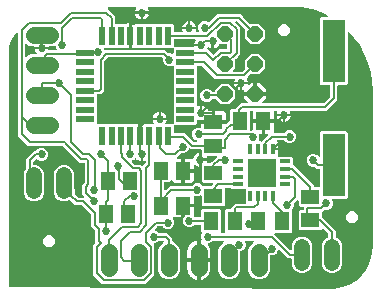
<source format=gbr>
G04 EAGLE Gerber RS-274X export*
G75*
%MOMM*%
%FSLAX34Y34*%
%LPD*%
%INTop Copper*%
%IPPOS*%
%AMOC8*
5,1,8,0,0,1.08239X$1,22.5*%
G01*
%ADD10R,0.550000X1.600000*%
%ADD11R,1.600000X0.550000*%
%ADD12R,0.304800X0.965200*%
%ADD13R,0.965200X0.304800*%
%ADD14R,2.438400X2.438400*%
%ADD15R,1.600000X1.300000*%
%ADD16R,1.300000X1.600000*%
%ADD17C,1.320800*%
%ADD18C,1.422400*%
%ADD19R,1.930400X5.334000*%
%ADD20R,1.300000X1.500000*%
%ADD21P,1.415766X8X292.500000*%
%ADD22C,0.203200*%
%ADD23C,0.685800*%
%ADD24C,0.203200*%

G36*
X276696Y957D02*
X276696Y957D01*
X276746Y956D01*
X281249Y1392D01*
X281272Y1398D01*
X281395Y1420D01*
X290079Y4041D01*
X290093Y4048D01*
X290109Y4051D01*
X290260Y4123D01*
X296024Y7702D01*
X296043Y7718D01*
X296079Y7739D01*
X297217Y8591D01*
X297240Y8615D01*
X297299Y8662D01*
X301099Y12462D01*
X301119Y12489D01*
X301171Y12544D01*
X304391Y16847D01*
X304406Y16876D01*
X304450Y16938D01*
X307026Y21655D01*
X307036Y21686D01*
X307071Y21754D01*
X308949Y26790D01*
X308955Y26822D01*
X308980Y26894D01*
X310122Y32145D01*
X310124Y32178D01*
X310137Y32253D01*
X310521Y37614D01*
X310519Y37634D01*
X310523Y37668D01*
X310523Y168896D01*
X310520Y168912D01*
X310522Y168938D01*
X310075Y176899D01*
X310068Y176928D01*
X310065Y176984D01*
X308729Y184845D01*
X308720Y184873D01*
X308710Y184929D01*
X306503Y192591D01*
X306490Y192617D01*
X306475Y192671D01*
X303423Y200038D01*
X303408Y200063D01*
X303386Y200115D01*
X299529Y207094D01*
X299511Y207116D01*
X299484Y207166D01*
X294870Y213669D01*
X294849Y213690D01*
X294816Y213736D01*
X290514Y218551D01*
X290441Y218609D01*
X290374Y218673D01*
X290346Y218686D01*
X290322Y218705D01*
X290235Y218737D01*
X290151Y218776D01*
X290120Y218780D01*
X290092Y218790D01*
X289999Y218793D01*
X289907Y218804D01*
X289876Y218797D01*
X289846Y218798D01*
X289757Y218771D01*
X289666Y218751D01*
X289640Y218735D01*
X289610Y218727D01*
X289535Y218673D01*
X289455Y218625D01*
X289435Y218602D01*
X289410Y218584D01*
X289356Y218509D01*
X289295Y218438D01*
X289284Y218410D01*
X289266Y218385D01*
X289238Y218296D01*
X289203Y218210D01*
X289199Y218171D01*
X289192Y218150D01*
X289193Y218117D01*
X289185Y218043D01*
X289185Y174648D01*
X287994Y173457D01*
X281310Y173457D01*
X281290Y173454D01*
X281271Y173456D01*
X281169Y173434D01*
X281067Y173418D01*
X281050Y173408D01*
X281030Y173404D01*
X280941Y173351D01*
X280850Y173302D01*
X280836Y173288D01*
X280819Y173278D01*
X280752Y173199D01*
X280680Y173124D01*
X280672Y173106D01*
X280659Y173091D01*
X280620Y172995D01*
X280577Y172901D01*
X280575Y172881D01*
X280567Y172863D01*
X280549Y172696D01*
X280549Y161237D01*
X278540Y159228D01*
X273272Y153960D01*
X271263Y151951D01*
X241181Y151951D01*
X241136Y151944D01*
X241090Y151946D01*
X241015Y151924D01*
X240938Y151912D01*
X240898Y151890D01*
X240853Y151877D01*
X240789Y151833D01*
X240721Y151796D01*
X240689Y151763D01*
X240651Y151737D01*
X240605Y151674D01*
X240551Y151618D01*
X240532Y151576D01*
X240505Y151540D01*
X240481Y151466D01*
X240448Y151395D01*
X240443Y151349D01*
X240428Y151306D01*
X240429Y151228D01*
X240421Y151151D01*
X240430Y151106D01*
X240431Y151060D01*
X240469Y150929D01*
X240473Y150910D01*
X240475Y150906D01*
X240478Y150899D01*
X240740Y150264D01*
X240897Y149475D01*
X235191Y149475D01*
X235171Y149472D01*
X235151Y149474D01*
X235050Y149452D01*
X235016Y149446D01*
X235014Y149447D01*
X234995Y149449D01*
X234976Y149456D01*
X234809Y149475D01*
X229103Y149475D01*
X229260Y150264D01*
X229522Y150899D01*
X229533Y150943D01*
X229552Y150985D01*
X229561Y151062D01*
X229579Y151138D01*
X229574Y151184D01*
X229579Y151229D01*
X229563Y151306D01*
X229556Y151383D01*
X229537Y151425D01*
X229527Y151470D01*
X229487Y151537D01*
X229456Y151608D01*
X229425Y151642D01*
X229401Y151681D01*
X229342Y151732D01*
X229289Y151789D01*
X229249Y151811D01*
X229214Y151841D01*
X229142Y151870D01*
X229074Y151907D01*
X229029Y151916D01*
X228986Y151933D01*
X228850Y151948D01*
X228832Y151951D01*
X228827Y151950D01*
X228819Y151951D01*
X227602Y151951D01*
X227582Y151948D01*
X227563Y151950D01*
X227461Y151928D01*
X227359Y151912D01*
X227342Y151902D01*
X227322Y151898D01*
X227233Y151845D01*
X227142Y151796D01*
X227128Y151782D01*
X227111Y151772D01*
X227044Y151693D01*
X226972Y151618D01*
X226964Y151600D01*
X226951Y151585D01*
X226912Y151489D01*
X226869Y151395D01*
X226867Y151375D01*
X226859Y151357D01*
X226841Y151190D01*
X226841Y144423D01*
X218562Y144423D01*
X218542Y144420D01*
X218523Y144422D01*
X218421Y144400D01*
X218319Y144383D01*
X218302Y144374D01*
X218282Y144370D01*
X218193Y144317D01*
X218102Y144268D01*
X218088Y144254D01*
X218071Y144244D01*
X218004Y144165D01*
X217933Y144090D01*
X217924Y144072D01*
X217911Y144057D01*
X217872Y143961D01*
X217829Y143867D01*
X217827Y143847D01*
X217819Y143829D01*
X217801Y143662D01*
X217801Y142899D01*
X217799Y142899D01*
X217799Y143662D01*
X217796Y143682D01*
X217798Y143701D01*
X217776Y143803D01*
X217759Y143905D01*
X217750Y143922D01*
X217746Y143942D01*
X217693Y144031D01*
X217644Y144122D01*
X217630Y144136D01*
X217620Y144153D01*
X217541Y144220D01*
X217466Y144291D01*
X217448Y144300D01*
X217433Y144313D01*
X217337Y144352D01*
X217243Y144395D01*
X217223Y144397D01*
X217205Y144405D01*
X217038Y144423D01*
X208759Y144423D01*
X208759Y151190D01*
X208756Y151210D01*
X208758Y151229D01*
X208736Y151331D01*
X208720Y151433D01*
X208710Y151450D01*
X208706Y151470D01*
X208653Y151559D01*
X208604Y151650D01*
X208590Y151664D01*
X208580Y151681D01*
X208501Y151748D01*
X208426Y151820D01*
X208408Y151828D01*
X208393Y151841D01*
X208297Y151880D01*
X208203Y151923D01*
X208183Y151925D01*
X208165Y151933D01*
X207998Y151951D01*
X207094Y151951D01*
X207074Y151948D01*
X207055Y151950D01*
X206953Y151928D01*
X206851Y151912D01*
X206834Y151902D01*
X206814Y151898D01*
X206725Y151845D01*
X206634Y151796D01*
X206620Y151782D01*
X206603Y151772D01*
X206536Y151693D01*
X206464Y151618D01*
X206456Y151600D01*
X206443Y151585D01*
X206404Y151489D01*
X206361Y151395D01*
X206359Y151375D01*
X206351Y151357D01*
X206333Y151190D01*
X206333Y135662D01*
X206334Y135655D01*
X206334Y135651D01*
X206336Y135642D01*
X206334Y135623D01*
X206356Y135521D01*
X206372Y135419D01*
X206382Y135402D01*
X206386Y135382D01*
X206439Y135293D01*
X206488Y135202D01*
X206502Y135188D01*
X206512Y135171D01*
X206591Y135104D01*
X206666Y135032D01*
X206684Y135024D01*
X206699Y135011D01*
X206795Y134972D01*
X206889Y134929D01*
X206909Y134927D01*
X206927Y134919D01*
X207094Y134901D01*
X207503Y134901D01*
X207568Y134911D01*
X207633Y134912D01*
X207713Y134935D01*
X207746Y134940D01*
X207763Y134950D01*
X207794Y134959D01*
X207865Y134988D01*
X207998Y134988D01*
X208018Y134991D01*
X208037Y134989D01*
X208139Y135011D01*
X208241Y135027D01*
X208258Y135037D01*
X208278Y135041D01*
X208367Y135094D01*
X208458Y135143D01*
X208472Y135157D01*
X208489Y135167D01*
X208556Y135246D01*
X208628Y135321D01*
X208636Y135339D01*
X208649Y135354D01*
X208688Y135450D01*
X208731Y135544D01*
X208733Y135564D01*
X208741Y135582D01*
X208759Y135749D01*
X208759Y141377D01*
X216277Y141377D01*
X216277Y132359D01*
X214828Y132359D01*
X214783Y132352D01*
X214737Y132354D01*
X214662Y132332D01*
X214586Y132320D01*
X214545Y132298D01*
X214501Y132285D01*
X214437Y132241D01*
X214368Y132204D01*
X214337Y132171D01*
X214299Y132145D01*
X214253Y132082D01*
X214199Y132026D01*
X214180Y131984D01*
X214152Y131948D01*
X214128Y131874D01*
X214095Y131803D01*
X214090Y131757D01*
X214076Y131714D01*
X214077Y131636D01*
X214068Y131559D01*
X214078Y131514D01*
X214078Y131468D01*
X214117Y131336D01*
X214120Y131318D01*
X214123Y131314D01*
X214125Y131307D01*
X214413Y130612D01*
X214413Y128440D01*
X213879Y127150D01*
X213868Y127106D01*
X213849Y127064D01*
X213840Y126987D01*
X213823Y126911D01*
X213827Y126865D01*
X213822Y126820D01*
X213838Y126743D01*
X213846Y126666D01*
X213864Y126624D01*
X213874Y126579D01*
X213914Y126512D01*
X213946Y126441D01*
X213977Y126407D01*
X214000Y126368D01*
X214059Y126317D01*
X214112Y126260D01*
X214152Y126238D01*
X214187Y126208D01*
X214259Y126179D01*
X214328Y126142D01*
X214373Y126133D01*
X214415Y126116D01*
X214551Y126101D01*
X214570Y126098D01*
X214575Y126099D01*
X214582Y126098D01*
X215416Y126098D01*
X215563Y125951D01*
X215579Y125939D01*
X215591Y125924D01*
X215679Y125868D01*
X215763Y125807D01*
X215782Y125802D01*
X215798Y125791D01*
X215899Y125765D01*
X215998Y125735D01*
X216018Y125736D01*
X216037Y125731D01*
X216140Y125739D01*
X216243Y125741D01*
X216262Y125748D01*
X216282Y125750D01*
X216377Y125790D01*
X216474Y125826D01*
X216490Y125838D01*
X216508Y125846D01*
X216639Y125951D01*
X218510Y127822D01*
X221748Y131060D01*
X221790Y131118D01*
X221839Y131170D01*
X221861Y131217D01*
X221892Y131259D01*
X221913Y131328D01*
X221943Y131393D01*
X221949Y131445D01*
X221964Y131495D01*
X221962Y131566D01*
X221970Y131637D01*
X221959Y131688D01*
X221958Y131740D01*
X221933Y131808D01*
X221918Y131878D01*
X221891Y131923D01*
X221873Y131971D01*
X221828Y132027D01*
X221792Y132089D01*
X221752Y132123D01*
X221720Y132163D01*
X221659Y132202D01*
X221605Y132249D01*
X221556Y132268D01*
X221513Y132296D01*
X221443Y132314D01*
X221377Y132341D01*
X221305Y132349D01*
X221274Y132357D01*
X221251Y132355D01*
X221210Y132359D01*
X219323Y132359D01*
X219323Y141377D01*
X226841Y141377D01*
X226841Y134566D01*
X226691Y134007D01*
X226679Y133888D01*
X226666Y133771D01*
X226667Y133766D01*
X226667Y133762D01*
X226693Y133647D01*
X226718Y133530D01*
X226721Y133527D01*
X226722Y133523D01*
X226783Y133422D01*
X226845Y133319D01*
X226848Y133316D01*
X226850Y133313D01*
X226941Y133236D01*
X227032Y133159D01*
X227035Y133158D01*
X227039Y133155D01*
X227149Y133112D01*
X227260Y133067D01*
X227265Y133067D01*
X227268Y133065D01*
X227281Y133065D01*
X227426Y133049D01*
X235009Y133049D01*
X235099Y133063D01*
X235190Y133071D01*
X235220Y133083D01*
X235252Y133088D01*
X235333Y133131D01*
X235417Y133167D01*
X235449Y133193D01*
X235469Y133204D01*
X235492Y133227D01*
X235548Y133272D01*
X236906Y134630D01*
X238914Y135462D01*
X241086Y135462D01*
X243094Y134630D01*
X244630Y133094D01*
X245462Y131086D01*
X245462Y128914D01*
X244630Y126906D01*
X243094Y125370D01*
X241086Y124538D01*
X238914Y124538D01*
X236906Y125370D01*
X235548Y126728D01*
X235474Y126781D01*
X235404Y126841D01*
X235374Y126853D01*
X235348Y126872D01*
X235261Y126899D01*
X235176Y126933D01*
X235135Y126937D01*
X235113Y126944D01*
X235081Y126943D01*
X235009Y126951D01*
X230119Y126951D01*
X230048Y126940D01*
X229976Y126938D01*
X229927Y126920D01*
X229876Y126912D01*
X229813Y126878D01*
X229745Y126853D01*
X229704Y126821D01*
X229659Y126796D01*
X229609Y126744D01*
X229553Y126700D01*
X229525Y126656D01*
X229489Y126618D01*
X229459Y126553D01*
X229420Y126493D01*
X229407Y126442D01*
X229386Y126395D01*
X229378Y126324D01*
X229360Y126254D01*
X229364Y126202D01*
X229358Y126151D01*
X229374Y126080D01*
X229379Y126009D01*
X229400Y125961D01*
X229411Y125910D01*
X229448Y125849D01*
X229476Y125783D01*
X229520Y125727D01*
X229537Y125699D01*
X229555Y125684D01*
X229580Y125652D01*
X229607Y125625D01*
X229942Y125046D01*
X230115Y124399D01*
X230115Y120000D01*
X226050Y120000D01*
X226031Y119997D01*
X226011Y119999D01*
X225910Y119977D01*
X225808Y119961D01*
X225790Y119951D01*
X225771Y119947D01*
X225681Y119894D01*
X225590Y119846D01*
X225577Y119831D01*
X225559Y119821D01*
X225492Y119742D01*
X225421Y119667D01*
X225412Y119649D01*
X225399Y119634D01*
X225361Y119538D01*
X225317Y119444D01*
X225315Y119424D01*
X225308Y119406D01*
X225289Y119239D01*
X225292Y119219D01*
X225290Y119200D01*
X225290Y119199D01*
X225312Y119098D01*
X225329Y118996D01*
X225338Y118979D01*
X225342Y118959D01*
X225396Y118870D01*
X225444Y118779D01*
X225458Y118765D01*
X225469Y118748D01*
X225547Y118681D01*
X225622Y118609D01*
X225640Y118601D01*
X225655Y118588D01*
X225752Y118549D01*
X225845Y118506D01*
X225865Y118504D01*
X225884Y118496D01*
X226050Y118478D01*
X230115Y118478D01*
X230115Y114079D01*
X229977Y113565D01*
X229965Y113446D01*
X229952Y113329D01*
X229953Y113324D01*
X229953Y113320D01*
X229979Y113204D01*
X230004Y113088D01*
X230007Y113085D01*
X230008Y113081D01*
X230070Y112979D01*
X230131Y112877D01*
X230134Y112874D01*
X230136Y112871D01*
X230227Y112794D01*
X230318Y112717D01*
X230321Y112716D01*
X230325Y112713D01*
X230435Y112670D01*
X230546Y112625D01*
X230551Y112625D01*
X230554Y112623D01*
X230567Y112623D01*
X230712Y112607D01*
X241907Y112607D01*
X243098Y111416D01*
X243098Y106470D01*
X243096Y106465D01*
X243098Y106404D01*
X243098Y106390D01*
X243090Y106321D01*
X243101Y106270D01*
X243102Y106219D01*
X243127Y106151D01*
X243142Y106080D01*
X243169Y106036D01*
X243186Y105988D01*
X243231Y105931D01*
X243268Y105869D01*
X243308Y105836D01*
X243340Y105795D01*
X243400Y105756D01*
X243455Y105709D01*
X243503Y105690D01*
X243546Y105662D01*
X243616Y105644D01*
X243684Y105617D01*
X243696Y105616D01*
X260649Y88663D01*
X260649Y88294D01*
X260652Y88274D01*
X260650Y88255D01*
X260672Y88153D01*
X260688Y88051D01*
X260698Y88034D01*
X260702Y88014D01*
X260755Y87925D01*
X260804Y87834D01*
X260818Y87820D01*
X260828Y87803D01*
X260907Y87736D01*
X260982Y87664D01*
X261000Y87656D01*
X261015Y87643D01*
X261111Y87604D01*
X261205Y87561D01*
X261225Y87559D01*
X261243Y87551D01*
X261410Y87533D01*
X265054Y87533D01*
X265074Y87536D01*
X265093Y87534D01*
X265195Y87556D01*
X265297Y87572D01*
X265314Y87582D01*
X265334Y87586D01*
X265423Y87639D01*
X265514Y87688D01*
X265528Y87702D01*
X265545Y87712D01*
X265612Y87791D01*
X265684Y87866D01*
X265692Y87884D01*
X265705Y87899D01*
X265744Y87995D01*
X265787Y88089D01*
X265789Y88109D01*
X265797Y88127D01*
X265815Y88294D01*
X265815Y101830D01*
X265812Y101850D01*
X265814Y101869D01*
X265792Y101971D01*
X265776Y102073D01*
X265766Y102090D01*
X265762Y102110D01*
X265709Y102199D01*
X265660Y102290D01*
X265646Y102304D01*
X265636Y102321D01*
X265557Y102388D01*
X265482Y102460D01*
X265464Y102468D01*
X265449Y102481D01*
X265353Y102520D01*
X265259Y102563D01*
X265239Y102565D01*
X265221Y102573D01*
X265054Y102591D01*
X263097Y102591D01*
X261373Y104315D01*
X261299Y104368D01*
X261230Y104428D01*
X261200Y104440D01*
X261173Y104459D01*
X261086Y104486D01*
X261002Y104520D01*
X260961Y104524D01*
X260938Y104531D01*
X260906Y104530D01*
X260835Y104538D01*
X258914Y104538D01*
X256906Y105370D01*
X255370Y106906D01*
X254538Y108914D01*
X254538Y111086D01*
X255370Y113094D01*
X256906Y114630D01*
X258914Y115462D01*
X261086Y115462D01*
X263094Y114630D01*
X264516Y113208D01*
X264574Y113166D01*
X264626Y113117D01*
X264673Y113095D01*
X264715Y113065D01*
X264784Y113044D01*
X264849Y113013D01*
X264901Y113008D01*
X264951Y112992D01*
X265022Y112994D01*
X265093Y112986D01*
X265144Y112997D01*
X265196Y112999D01*
X265264Y113023D01*
X265334Y113039D01*
X265379Y113065D01*
X265427Y113083D01*
X265483Y113128D01*
X265545Y113165D01*
X265579Y113204D01*
X265619Y113237D01*
X265658Y113297D01*
X265705Y113352D01*
X265724Y113400D01*
X265752Y113444D01*
X265770Y113513D01*
X265797Y113580D01*
X265805Y113651D01*
X265813Y113682D01*
X265811Y113706D01*
X265815Y113747D01*
X265815Y133152D01*
X267006Y134343D01*
X287994Y134343D01*
X289185Y133152D01*
X289185Y78128D01*
X287994Y76937D01*
X276692Y76937D01*
X276647Y76930D01*
X276601Y76932D01*
X276526Y76910D01*
X276449Y76898D01*
X276409Y76876D01*
X276365Y76863D01*
X276301Y76819D01*
X276232Y76782D01*
X276200Y76749D01*
X276163Y76723D01*
X276116Y76660D01*
X276062Y76604D01*
X276043Y76562D01*
X276016Y76526D01*
X275992Y76452D01*
X275959Y76381D01*
X275954Y76335D01*
X275940Y76292D01*
X275940Y76214D01*
X275932Y76137D01*
X275942Y76092D01*
X275942Y76046D01*
X275980Y75914D01*
X275984Y75896D01*
X275987Y75892D01*
X275989Y75885D01*
X276523Y74595D01*
X276523Y72423D01*
X275691Y70415D01*
X274155Y68879D01*
X272147Y68047D01*
X270085Y68047D01*
X269995Y68033D01*
X269904Y68025D01*
X269874Y68013D01*
X269842Y68008D01*
X269761Y67965D01*
X269677Y67929D01*
X269645Y67903D01*
X269625Y67892D01*
X269602Y67869D01*
X269546Y67824D01*
X268012Y66290D01*
X267934Y66248D01*
X267920Y66234D01*
X267903Y66224D01*
X267836Y66145D01*
X267764Y66070D01*
X267756Y66052D01*
X267743Y66037D01*
X267704Y65941D01*
X267661Y65847D01*
X267659Y65827D01*
X267651Y65809D01*
X267633Y65642D01*
X267633Y61994D01*
X267647Y61904D01*
X267655Y61813D01*
X267667Y61783D01*
X267672Y61751D01*
X267715Y61671D01*
X267751Y61587D01*
X267777Y61555D01*
X267788Y61534D01*
X267811Y61512D01*
X267856Y61456D01*
X278949Y50363D01*
X278949Y44998D01*
X278968Y44883D01*
X278985Y44767D01*
X278987Y44762D01*
X278988Y44755D01*
X279043Y44653D01*
X279096Y44548D01*
X279101Y44544D01*
X279104Y44538D01*
X279188Y44458D01*
X279272Y44376D01*
X279278Y44372D01*
X279282Y44369D01*
X279299Y44361D01*
X279419Y44295D01*
X280792Y43726D01*
X283222Y41296D01*
X284537Y38122D01*
X284537Y21478D01*
X283222Y18304D01*
X280792Y15874D01*
X277618Y14559D01*
X274182Y14559D01*
X271008Y15874D01*
X268578Y18304D01*
X267263Y21478D01*
X267263Y38122D01*
X268578Y41296D01*
X271008Y43726D01*
X272381Y44295D01*
X272481Y44357D01*
X272581Y44416D01*
X272585Y44421D01*
X272590Y44424D01*
X272665Y44515D01*
X272741Y44603D01*
X272743Y44609D01*
X272747Y44614D01*
X272789Y44722D01*
X272833Y44831D01*
X272834Y44839D01*
X272835Y44844D01*
X272836Y44862D01*
X272851Y44998D01*
X272851Y47522D01*
X272837Y47612D01*
X272829Y47703D01*
X272817Y47733D01*
X272812Y47765D01*
X272769Y47845D01*
X272733Y47929D01*
X272707Y47961D01*
X272696Y47982D01*
X272673Y48004D01*
X272628Y48060D01*
X268870Y51819D01*
X268854Y51830D01*
X268841Y51846D01*
X268754Y51902D01*
X268670Y51962D01*
X268651Y51968D01*
X268634Y51979D01*
X268534Y52004D01*
X268435Y52034D01*
X268415Y52034D01*
X268396Y52039D01*
X268293Y52031D01*
X268189Y52028D01*
X268170Y52021D01*
X268151Y52020D01*
X268056Y51979D01*
X267958Y51944D01*
X267943Y51931D01*
X267924Y51923D01*
X267793Y51819D01*
X266442Y50467D01*
X248758Y50467D01*
X247567Y51658D01*
X247567Y66342D01*
X248758Y67533D01*
X251190Y67533D01*
X251210Y67536D01*
X251229Y67534D01*
X251331Y67556D01*
X251433Y67572D01*
X251450Y67582D01*
X251470Y67586D01*
X251559Y67639D01*
X251650Y67688D01*
X251664Y67702D01*
X251681Y67712D01*
X251748Y67791D01*
X251820Y67866D01*
X251828Y67884D01*
X251841Y67899D01*
X251880Y67995D01*
X251923Y68089D01*
X251925Y68109D01*
X251933Y68127D01*
X251951Y68294D01*
X251951Y69706D01*
X251948Y69726D01*
X251950Y69745D01*
X251928Y69847D01*
X251912Y69949D01*
X251902Y69966D01*
X251898Y69986D01*
X251845Y70075D01*
X251796Y70166D01*
X251782Y70180D01*
X251772Y70197D01*
X251693Y70264D01*
X251618Y70336D01*
X251600Y70344D01*
X251585Y70357D01*
X251489Y70396D01*
X251395Y70439D01*
X251375Y70441D01*
X251357Y70449D01*
X251190Y70467D01*
X248758Y70467D01*
X247567Y71658D01*
X247567Y75417D01*
X247556Y75487D01*
X247554Y75559D01*
X247536Y75608D01*
X247528Y75660D01*
X247494Y75723D01*
X247469Y75790D01*
X247437Y75831D01*
X247412Y75877D01*
X247361Y75926D01*
X247316Y75982D01*
X247272Y76010D01*
X247234Y76046D01*
X247169Y76077D01*
X247109Y76115D01*
X247058Y76128D01*
X247011Y76150D01*
X246940Y76158D01*
X246870Y76175D01*
X246818Y76171D01*
X246767Y76177D01*
X246696Y76162D01*
X246625Y76156D01*
X246577Y76136D01*
X246526Y76125D01*
X246465Y76088D01*
X246399Y76060D01*
X246343Y76015D01*
X246315Y75999D01*
X246300Y75981D01*
X246268Y75955D01*
X246040Y75727D01*
X243685Y73373D01*
X243632Y73299D01*
X243573Y73229D01*
X243561Y73199D01*
X243542Y73173D01*
X243515Y73086D01*
X243481Y73001D01*
X243476Y72960D01*
X243469Y72938D01*
X243470Y72906D01*
X243462Y72834D01*
X243462Y70913D01*
X242631Y68906D01*
X241988Y68263D01*
X241977Y68247D01*
X241961Y68234D01*
X241905Y68147D01*
X241845Y68063D01*
X241839Y68044D01*
X241828Y68027D01*
X241803Y67927D01*
X241772Y67828D01*
X241773Y67808D01*
X241768Y67789D01*
X241776Y67686D01*
X241779Y67582D01*
X241786Y67564D01*
X241787Y67544D01*
X241828Y67449D01*
X241863Y67351D01*
X241876Y67336D01*
X241883Y67317D01*
X241988Y67186D01*
X242033Y67142D01*
X242033Y49458D01*
X240842Y48267D01*
X227882Y48267D01*
X227811Y48256D01*
X227740Y48254D01*
X227691Y48236D01*
X227639Y48228D01*
X227576Y48194D01*
X227509Y48169D01*
X227468Y48137D01*
X227422Y48112D01*
X227373Y48060D01*
X227317Y48016D01*
X227288Y47972D01*
X227253Y47934D01*
X227222Y47869D01*
X227184Y47809D01*
X227171Y47758D01*
X227149Y47711D01*
X227141Y47640D01*
X227124Y47570D01*
X227128Y47518D01*
X227122Y47467D01*
X227137Y47396D01*
X227143Y47325D01*
X227163Y47277D01*
X227174Y47226D01*
X227211Y47165D01*
X227239Y47099D01*
X227284Y47043D01*
X227300Y47015D01*
X227318Y47000D01*
X227344Y46968D01*
X228272Y46040D01*
X240564Y33748D01*
X240622Y33706D01*
X240674Y33657D01*
X240721Y33635D01*
X240763Y33604D01*
X240832Y33583D01*
X240897Y33553D01*
X240949Y33547D01*
X240999Y33532D01*
X241070Y33534D01*
X241141Y33526D01*
X241192Y33537D01*
X241244Y33538D01*
X241312Y33563D01*
X241382Y33578D01*
X241427Y33605D01*
X241475Y33623D01*
X241531Y33668D01*
X241593Y33704D01*
X241627Y33744D01*
X241667Y33776D01*
X241706Y33837D01*
X241753Y33891D01*
X241772Y33940D01*
X241800Y33983D01*
X241818Y34053D01*
X241845Y34119D01*
X241853Y34191D01*
X241861Y34222D01*
X241859Y34245D01*
X241863Y34286D01*
X241863Y38122D01*
X243178Y41296D01*
X245608Y43726D01*
X248782Y45041D01*
X252218Y45041D01*
X255392Y43726D01*
X257822Y41296D01*
X259137Y38122D01*
X259137Y21478D01*
X257822Y18304D01*
X255392Y15874D01*
X252218Y14559D01*
X248782Y14559D01*
X245608Y15874D01*
X243178Y18304D01*
X241863Y21478D01*
X241863Y25990D01*
X241860Y26010D01*
X241862Y26029D01*
X241840Y26131D01*
X241824Y26233D01*
X241814Y26250D01*
X241810Y26270D01*
X241757Y26359D01*
X241708Y26450D01*
X241694Y26464D01*
X241684Y26481D01*
X241605Y26548D01*
X241530Y26620D01*
X241512Y26628D01*
X241497Y26641D01*
X241401Y26680D01*
X241307Y26723D01*
X241287Y26725D01*
X241269Y26733D01*
X241102Y26751D01*
X238937Y26751D01*
X231699Y33989D01*
X231662Y34016D01*
X231631Y34050D01*
X231563Y34087D01*
X231499Y34133D01*
X231456Y34146D01*
X231415Y34169D01*
X231339Y34182D01*
X231264Y34205D01*
X231218Y34204D01*
X231173Y34212D01*
X231096Y34201D01*
X231018Y34199D01*
X230975Y34183D01*
X230930Y34176D01*
X230860Y34141D01*
X230787Y34114D01*
X230752Y34086D01*
X230711Y34065D01*
X230656Y34009D01*
X230595Y33961D01*
X230571Y33922D01*
X230538Y33889D01*
X230472Y33770D01*
X230462Y33754D01*
X230461Y33749D01*
X230457Y33742D01*
X229630Y31745D01*
X228094Y30209D01*
X226086Y29377D01*
X224165Y29377D01*
X224075Y29363D01*
X223984Y29355D01*
X223954Y29343D01*
X223922Y29338D01*
X223842Y29295D01*
X223758Y29259D01*
X223726Y29233D01*
X223705Y29222D01*
X223683Y29199D01*
X223627Y29154D01*
X223368Y28895D01*
X223326Y28837D01*
X223277Y28786D01*
X223269Y28768D01*
X223255Y28752D01*
X223243Y28722D01*
X223224Y28695D01*
X223202Y28624D01*
X223174Y28563D01*
X223172Y28545D01*
X223163Y28524D01*
X223159Y28483D01*
X223152Y28460D01*
X223153Y28428D01*
X223145Y28357D01*
X223145Y16469D01*
X221753Y13108D01*
X219180Y10535D01*
X215819Y9143D01*
X212181Y9143D01*
X208820Y10535D01*
X206247Y13108D01*
X204855Y16469D01*
X204855Y34331D01*
X206247Y37692D01*
X208820Y40265D01*
X209356Y40487D01*
X209439Y40538D01*
X209525Y40584D01*
X209543Y40603D01*
X209565Y40616D01*
X209627Y40691D01*
X209695Y40762D01*
X209706Y40786D01*
X209722Y40806D01*
X209757Y40896D01*
X209798Y40985D01*
X209801Y41011D01*
X209810Y41035D01*
X209815Y41133D01*
X209825Y41229D01*
X209820Y41255D01*
X209821Y41281D01*
X209794Y41375D01*
X209773Y41470D01*
X209760Y41492D01*
X209752Y41517D01*
X209697Y41597D01*
X209647Y41681D01*
X209627Y41698D01*
X209612Y41719D01*
X209534Y41777D01*
X209460Y41841D01*
X209436Y41851D01*
X209415Y41866D01*
X209322Y41896D01*
X209232Y41933D01*
X209199Y41936D01*
X209181Y41942D01*
X209148Y41942D01*
X209065Y41951D01*
X202975Y41951D01*
X202930Y41944D01*
X202884Y41946D01*
X202809Y41924D01*
X202732Y41912D01*
X202692Y41890D01*
X202648Y41877D01*
X202584Y41833D01*
X202515Y41796D01*
X202483Y41763D01*
X202446Y41737D01*
X202399Y41674D01*
X202345Y41618D01*
X202326Y41576D01*
X202299Y41540D01*
X202275Y41466D01*
X202242Y41395D01*
X202237Y41349D01*
X202223Y41306D01*
X202223Y41228D01*
X202215Y41151D01*
X202225Y41106D01*
X202225Y41060D01*
X202263Y40928D01*
X202267Y40910D01*
X202270Y40906D01*
X202272Y40899D01*
X202825Y39564D01*
X202825Y37391D01*
X201993Y35383D01*
X200457Y33847D01*
X198425Y33005D01*
X198365Y32992D01*
X198263Y32976D01*
X198246Y32966D01*
X198226Y32962D01*
X198137Y32909D01*
X198046Y32861D01*
X198032Y32846D01*
X198015Y32836D01*
X197948Y32757D01*
X197876Y32682D01*
X197868Y32664D01*
X197855Y32649D01*
X197816Y32553D01*
X197773Y32459D01*
X197771Y32439D01*
X197763Y32421D01*
X197745Y32254D01*
X197745Y16469D01*
X196353Y13108D01*
X193780Y10535D01*
X190419Y9143D01*
X186781Y9143D01*
X183420Y10535D01*
X180847Y13108D01*
X179455Y16469D01*
X179455Y34331D01*
X180847Y37692D01*
X183420Y40265D01*
X183956Y40487D01*
X184039Y40538D01*
X184125Y40584D01*
X184143Y40603D01*
X184165Y40616D01*
X184227Y40691D01*
X184295Y40762D01*
X184306Y40786D01*
X184322Y40806D01*
X184357Y40896D01*
X184398Y40985D01*
X184401Y41011D01*
X184410Y41035D01*
X184415Y41133D01*
X184425Y41229D01*
X184420Y41255D01*
X184421Y41281D01*
X184394Y41375D01*
X184373Y41470D01*
X184360Y41492D01*
X184352Y41517D01*
X184297Y41597D01*
X184247Y41681D01*
X184227Y41698D01*
X184212Y41719D01*
X184134Y41777D01*
X184060Y41841D01*
X184036Y41851D01*
X184015Y41866D01*
X183922Y41896D01*
X183832Y41933D01*
X183799Y41936D01*
X183781Y41942D01*
X183748Y41942D01*
X183665Y41951D01*
X175520Y41951D01*
X175430Y41937D01*
X175339Y41929D01*
X175309Y41917D01*
X175277Y41912D01*
X175196Y41869D01*
X175112Y41833D01*
X175080Y41807D01*
X175060Y41796D01*
X175037Y41773D01*
X174981Y41728D01*
X173623Y40370D01*
X171615Y39538D01*
X171521Y39538D01*
X171509Y39536D01*
X171497Y39538D01*
X171387Y39516D01*
X171278Y39499D01*
X171267Y39493D01*
X171256Y39491D01*
X171158Y39435D01*
X171060Y39383D01*
X171052Y39375D01*
X171042Y39369D01*
X170968Y39286D01*
X170891Y39205D01*
X170886Y39194D01*
X170878Y39185D01*
X170834Y39083D01*
X170787Y38982D01*
X170786Y38970D01*
X170781Y38959D01*
X170773Y38848D01*
X170760Y38738D01*
X170763Y38726D01*
X170762Y38714D01*
X170789Y38606D01*
X170813Y38497D01*
X170819Y38487D01*
X170822Y38475D01*
X170905Y38330D01*
X171456Y37571D01*
X172146Y36217D01*
X172615Y34772D01*
X172853Y33272D01*
X172853Y26923D01*
X164723Y26923D01*
X164723Y42065D01*
X164727Y42065D01*
X164788Y42063D01*
X164806Y42068D01*
X164824Y42068D01*
X164898Y42093D01*
X164938Y42100D01*
X164965Y42114D01*
X165024Y42131D01*
X165039Y42142D01*
X165056Y42148D01*
X165119Y42196D01*
X165156Y42215D01*
X165177Y42238D01*
X165226Y42272D01*
X165237Y42286D01*
X165252Y42297D01*
X165295Y42361D01*
X165325Y42394D01*
X165339Y42423D01*
X165373Y42469D01*
X165379Y42486D01*
X165389Y42502D01*
X165408Y42573D01*
X165429Y42617D01*
X165433Y42652D01*
X165449Y42703D01*
X165449Y42721D01*
X165454Y42739D01*
X165450Y42808D01*
X165456Y42861D01*
X165447Y42900D01*
X165447Y42949D01*
X165441Y42970D01*
X165440Y42984D01*
X165428Y43014D01*
X165406Y43088D01*
X165404Y43101D01*
X165402Y43104D01*
X165400Y43110D01*
X165067Y43914D01*
X165067Y46086D01*
X165919Y48142D01*
X165945Y48256D01*
X165974Y48369D01*
X165973Y48375D01*
X165975Y48381D01*
X165964Y48498D01*
X165955Y48614D01*
X165952Y48620D01*
X165952Y48626D01*
X165904Y48733D01*
X165859Y48841D01*
X165854Y48847D01*
X165852Y48851D01*
X165839Y48865D01*
X165754Y48972D01*
X165067Y49658D01*
X165067Y54690D01*
X165064Y54710D01*
X165066Y54729D01*
X165044Y54831D01*
X165028Y54933D01*
X165018Y54950D01*
X165014Y54970D01*
X164961Y55059D01*
X164912Y55150D01*
X164898Y55164D01*
X164888Y55181D01*
X164809Y55248D01*
X164734Y55320D01*
X164716Y55328D01*
X164701Y55341D01*
X164605Y55380D01*
X164511Y55423D01*
X164491Y55425D01*
X164473Y55433D01*
X164306Y55451D01*
X159952Y55451D01*
X159862Y55437D01*
X159771Y55429D01*
X159741Y55417D01*
X159709Y55412D01*
X159628Y55369D01*
X159544Y55333D01*
X159512Y55307D01*
X159492Y55296D01*
X159469Y55273D01*
X159413Y55228D01*
X158094Y53909D01*
X156086Y53077D01*
X153914Y53077D01*
X151906Y53909D01*
X150370Y55445D01*
X149538Y57453D01*
X149538Y59625D01*
X150370Y61633D01*
X151100Y62363D01*
X151153Y62437D01*
X151213Y62507D01*
X151225Y62537D01*
X151244Y62563D01*
X151271Y62650D01*
X151305Y62735D01*
X151309Y62776D01*
X151316Y62798D01*
X151315Y62830D01*
X151323Y62902D01*
X151323Y69977D01*
X158841Y69977D01*
X158841Y63666D01*
X158692Y63110D01*
X158685Y63042D01*
X158669Y62977D01*
X158673Y62921D01*
X158667Y62865D01*
X158682Y62799D01*
X158688Y62732D01*
X158710Y62680D01*
X158722Y62625D01*
X158758Y62567D01*
X158784Y62505D01*
X158833Y62443D01*
X158851Y62415D01*
X158867Y62402D01*
X158889Y62374D01*
X159491Y61772D01*
X159565Y61719D01*
X159635Y61659D01*
X159665Y61647D01*
X159691Y61628D01*
X159778Y61601D01*
X159863Y61567D01*
X159904Y61563D01*
X159926Y61556D01*
X159958Y61557D01*
X160030Y61549D01*
X164306Y61549D01*
X164326Y61552D01*
X164345Y61550D01*
X164447Y61572D01*
X164549Y61588D01*
X164566Y61598D01*
X164586Y61602D01*
X164675Y61655D01*
X164766Y61704D01*
X164780Y61718D01*
X164797Y61728D01*
X164864Y61807D01*
X164936Y61882D01*
X164944Y61900D01*
X164957Y61915D01*
X164996Y62011D01*
X165039Y62105D01*
X165041Y62125D01*
X165049Y62143D01*
X165067Y62310D01*
X165067Y67342D01*
X166258Y68533D01*
X180942Y68533D01*
X182133Y67342D01*
X182133Y49658D01*
X181823Y49348D01*
X181781Y49290D01*
X181732Y49238D01*
X181710Y49191D01*
X181679Y49149D01*
X181658Y49080D01*
X181628Y49015D01*
X181622Y48963D01*
X181607Y48913D01*
X181609Y48842D01*
X181601Y48771D01*
X181612Y48720D01*
X181613Y48668D01*
X181638Y48600D01*
X181653Y48530D01*
X181680Y48485D01*
X181698Y48437D01*
X181743Y48381D01*
X181779Y48319D01*
X181819Y48285D01*
X181852Y48245D01*
X181912Y48206D01*
X181966Y48159D01*
X182015Y48140D01*
X182059Y48112D01*
X182128Y48094D01*
X182195Y48067D01*
X182266Y48059D01*
X182297Y48051D01*
X182320Y48053D01*
X182361Y48049D01*
X184839Y48049D01*
X184909Y48060D01*
X184981Y48062D01*
X185030Y48080D01*
X185081Y48088D01*
X185145Y48122D01*
X185212Y48147D01*
X185253Y48179D01*
X185299Y48204D01*
X185348Y48256D01*
X185404Y48300D01*
X185432Y48344D01*
X185468Y48382D01*
X185498Y48447D01*
X185537Y48507D01*
X185550Y48558D01*
X185572Y48605D01*
X185580Y48676D01*
X185597Y48746D01*
X185593Y48798D01*
X185599Y48849D01*
X185584Y48920D01*
X185578Y48991D01*
X185558Y49039D01*
X185547Y49090D01*
X185510Y49151D01*
X185482Y49217D01*
X185437Y49273D01*
X185421Y49301D01*
X185403Y49316D01*
X185377Y49348D01*
X185067Y49658D01*
X185067Y67342D01*
X186258Y68533D01*
X189790Y68533D01*
X189810Y68536D01*
X189829Y68534D01*
X189931Y68556D01*
X190033Y68572D01*
X190050Y68582D01*
X190070Y68586D01*
X190159Y68639D01*
X190250Y68688D01*
X190264Y68702D01*
X190281Y68712D01*
X190348Y68791D01*
X190420Y68866D01*
X190428Y68884D01*
X190441Y68899D01*
X190480Y68995D01*
X190523Y69089D01*
X190525Y69109D01*
X190533Y69127D01*
X190551Y69294D01*
X190551Y69863D01*
X191728Y71040D01*
X193737Y73049D01*
X202232Y73049D01*
X202252Y73052D01*
X202271Y73050D01*
X202373Y73072D01*
X202475Y73088D01*
X202492Y73098D01*
X202512Y73102D01*
X202601Y73155D01*
X202692Y73204D01*
X202706Y73218D01*
X202723Y73228D01*
X202790Y73307D01*
X202862Y73382D01*
X202870Y73400D01*
X202883Y73415D01*
X202922Y73511D01*
X202965Y73605D01*
X202967Y73625D01*
X202975Y73643D01*
X202993Y73810D01*
X202993Y85033D01*
X202979Y85123D01*
X202971Y85214D01*
X202959Y85243D01*
X202954Y85275D01*
X202911Y85356D01*
X202875Y85440D01*
X202849Y85472D01*
X202838Y85493D01*
X202815Y85515D01*
X202770Y85571D01*
X202571Y85770D01*
X202497Y85823D01*
X202428Y85883D01*
X202397Y85895D01*
X202371Y85914D01*
X202284Y85941D01*
X202199Y85975D01*
X202158Y85979D01*
X202136Y85986D01*
X202104Y85985D01*
X202033Y85993D01*
X190693Y85993D01*
X190408Y86278D01*
X190334Y86332D01*
X190265Y86391D01*
X190234Y86403D01*
X190208Y86422D01*
X190121Y86449D01*
X190036Y86483D01*
X189996Y86487D01*
X189973Y86494D01*
X189941Y86493D01*
X189870Y86501D01*
X186294Y86501D01*
X186274Y86498D01*
X186255Y86500D01*
X186153Y86478D01*
X186051Y86462D01*
X186034Y86452D01*
X186014Y86448D01*
X185925Y86395D01*
X185834Y86346D01*
X185820Y86332D01*
X185803Y86322D01*
X185736Y86243D01*
X185664Y86168D01*
X185656Y86150D01*
X185643Y86135D01*
X185604Y86039D01*
X185561Y85945D01*
X185559Y85925D01*
X185551Y85907D01*
X185533Y85740D01*
X185533Y71958D01*
X184342Y70767D01*
X166658Y70767D01*
X165467Y71958D01*
X165467Y79369D01*
X165465Y79386D01*
X165466Y79401D01*
X165460Y79428D01*
X165462Y79460D01*
X165440Y79535D01*
X165428Y79612D01*
X165415Y79634D01*
X165414Y79641D01*
X165405Y79657D01*
X165393Y79696D01*
X165349Y79760D01*
X165312Y79829D01*
X165279Y79861D01*
X165253Y79898D01*
X165190Y79945D01*
X165134Y79999D01*
X165092Y80018D01*
X165056Y80045D01*
X164982Y80069D01*
X164911Y80102D01*
X164865Y80107D01*
X164822Y80121D01*
X164744Y80121D01*
X164667Y80129D01*
X164622Y80119D01*
X164576Y80119D01*
X164460Y80086D01*
X164445Y80083D01*
X164439Y80080D01*
X164426Y80077D01*
X164422Y80074D01*
X164415Y80072D01*
X163125Y79538D01*
X160953Y79538D01*
X159893Y79977D01*
X159849Y79988D01*
X159807Y80007D01*
X159730Y80015D01*
X159654Y80033D01*
X159608Y80029D01*
X159563Y80034D01*
X159486Y80017D01*
X159409Y80010D01*
X159367Y79991D01*
X159322Y79982D01*
X159255Y79942D01*
X159184Y79910D01*
X159150Y79879D01*
X159111Y79856D01*
X159060Y79796D01*
X159003Y79744D01*
X158981Y79703D01*
X158951Y79669D01*
X158922Y79596D01*
X158885Y79528D01*
X158876Y79483D01*
X158859Y79440D01*
X158844Y79305D01*
X158841Y79286D01*
X158842Y79281D01*
X158841Y79274D01*
X158841Y73023D01*
X150562Y73023D01*
X150542Y73020D01*
X150523Y73022D01*
X150421Y73000D01*
X150319Y72983D01*
X150302Y72974D01*
X150282Y72970D01*
X150193Y72917D01*
X150102Y72868D01*
X150088Y72854D01*
X150071Y72844D01*
X150004Y72765D01*
X149933Y72690D01*
X149924Y72672D01*
X149911Y72657D01*
X149872Y72561D01*
X149829Y72467D01*
X149827Y72447D01*
X149819Y72429D01*
X149801Y72262D01*
X149801Y71499D01*
X149038Y71499D01*
X149018Y71496D01*
X148999Y71498D01*
X148897Y71476D01*
X148795Y71459D01*
X148778Y71450D01*
X148758Y71446D01*
X148669Y71393D01*
X148578Y71344D01*
X148564Y71330D01*
X148547Y71320D01*
X148480Y71241D01*
X148409Y71166D01*
X148400Y71148D01*
X148387Y71133D01*
X148348Y71037D01*
X148305Y70943D01*
X148303Y70923D01*
X148295Y70905D01*
X148277Y70738D01*
X148277Y61459D01*
X142966Y61459D01*
X142239Y61654D01*
X142191Y61659D01*
X142145Y61673D01*
X142069Y61671D01*
X141994Y61678D01*
X141947Y61668D01*
X141899Y61667D01*
X141828Y61640D01*
X141754Y61624D01*
X141713Y61599D01*
X141668Y61582D01*
X141609Y61535D01*
X141545Y61495D01*
X141514Y61458D01*
X141476Y61428D01*
X141435Y61365D01*
X141387Y61306D01*
X141369Y61262D01*
X141343Y61221D01*
X141325Y61148D01*
X141297Y61077D01*
X141295Y61029D01*
X141283Y60983D01*
X141289Y60907D01*
X141286Y60832D01*
X141299Y60786D01*
X141302Y60738D01*
X141332Y60668D01*
X141353Y60595D01*
X141380Y60556D01*
X141399Y60511D01*
X141479Y60411D01*
X141492Y60392D01*
X141497Y60388D01*
X141504Y60380D01*
X141710Y60174D01*
X142542Y58166D01*
X142542Y55994D01*
X141710Y53986D01*
X140174Y52450D01*
X138166Y51618D01*
X135994Y51618D01*
X133986Y52450D01*
X132628Y53808D01*
X132554Y53861D01*
X132484Y53921D01*
X132454Y53933D01*
X132428Y53952D01*
X132341Y53979D01*
X132256Y54013D01*
X132215Y54017D01*
X132193Y54024D01*
X132161Y54023D01*
X132089Y54031D01*
X128658Y54031D01*
X128568Y54016D01*
X128477Y54009D01*
X128447Y53997D01*
X128415Y53991D01*
X128335Y53949D01*
X128251Y53913D01*
X128219Y53887D01*
X128198Y53876D01*
X128176Y53853D01*
X128120Y53808D01*
X125963Y51652D01*
X125937Y51615D01*
X125903Y51584D01*
X125865Y51515D01*
X125820Y51452D01*
X125806Y51408D01*
X125784Y51368D01*
X125770Y51291D01*
X125748Y51217D01*
X125749Y51171D01*
X125741Y51126D01*
X125752Y51049D01*
X125754Y50971D01*
X125770Y50928D01*
X125776Y50883D01*
X125812Y50813D01*
X125838Y50740D01*
X125867Y50704D01*
X125888Y50663D01*
X125943Y50609D01*
X125992Y50548D01*
X126031Y50523D01*
X126063Y50491D01*
X126183Y50425D01*
X126199Y50415D01*
X126204Y50414D01*
X126210Y50410D01*
X128094Y49630D01*
X129452Y48272D01*
X129526Y48219D01*
X129596Y48159D01*
X129626Y48147D01*
X129652Y48128D01*
X129739Y48101D01*
X129824Y48067D01*
X129865Y48063D01*
X129887Y48056D01*
X129919Y48057D01*
X129991Y48049D01*
X136263Y48049D01*
X138840Y45472D01*
X140849Y43463D01*
X140849Y41656D01*
X140868Y41541D01*
X140885Y41425D01*
X140887Y41419D01*
X140888Y41413D01*
X140943Y41311D01*
X140996Y41206D01*
X141001Y41201D01*
X141004Y41196D01*
X141088Y41116D01*
X141172Y41034D01*
X141178Y41030D01*
X141182Y41027D01*
X141199Y41019D01*
X141319Y40953D01*
X142980Y40265D01*
X145553Y37692D01*
X146945Y34331D01*
X146945Y16469D01*
X145553Y13108D01*
X142980Y10535D01*
X139619Y9143D01*
X135981Y9143D01*
X132620Y10535D01*
X130047Y13108D01*
X128655Y16469D01*
X128655Y34331D01*
X130047Y37692D01*
X132620Y40265D01*
X133156Y40487D01*
X133239Y40538D01*
X133325Y40584D01*
X133343Y40603D01*
X133365Y40616D01*
X133427Y40691D01*
X133495Y40762D01*
X133506Y40786D01*
X133522Y40806D01*
X133557Y40896D01*
X133598Y40985D01*
X133601Y41011D01*
X133610Y41035D01*
X133615Y41133D01*
X133625Y41229D01*
X133620Y41255D01*
X133621Y41281D01*
X133594Y41375D01*
X133573Y41470D01*
X133560Y41492D01*
X133552Y41517D01*
X133497Y41597D01*
X133447Y41681D01*
X133427Y41698D01*
X133412Y41719D01*
X133334Y41777D01*
X133260Y41841D01*
X133236Y41851D01*
X133215Y41866D01*
X133122Y41896D01*
X133032Y41933D01*
X132999Y41936D01*
X132981Y41942D01*
X132948Y41942D01*
X132865Y41951D01*
X129991Y41951D01*
X129901Y41937D01*
X129810Y41929D01*
X129780Y41917D01*
X129748Y41912D01*
X129667Y41869D01*
X129583Y41833D01*
X129551Y41807D01*
X129531Y41796D01*
X129508Y41773D01*
X129452Y41728D01*
X128094Y40370D01*
X126086Y39538D01*
X125892Y39538D01*
X125821Y39527D01*
X125749Y39525D01*
X125700Y39507D01*
X125649Y39499D01*
X125585Y39465D01*
X125518Y39440D01*
X125477Y39408D01*
X125431Y39383D01*
X125382Y39331D01*
X125326Y39287D01*
X125298Y39243D01*
X125262Y39205D01*
X125232Y39140D01*
X125193Y39080D01*
X125180Y39029D01*
X125158Y38982D01*
X125151Y38911D01*
X125133Y38841D01*
X125137Y38789D01*
X125131Y38738D01*
X125147Y38667D01*
X125152Y38596D01*
X125173Y38548D01*
X125184Y38497D01*
X125220Y38436D01*
X125248Y38370D01*
X125293Y38314D01*
X125310Y38286D01*
X125327Y38271D01*
X125353Y38239D01*
X125609Y37983D01*
X125609Y12817D01*
X117871Y5079D01*
X81529Y5079D01*
X73791Y12817D01*
X73791Y37983D01*
X75251Y39443D01*
X75304Y39517D01*
X75364Y39587D01*
X75376Y39617D01*
X75395Y39643D01*
X75422Y39730D01*
X75456Y39815D01*
X75460Y39856D01*
X75467Y39878D01*
X75466Y39910D01*
X75474Y39982D01*
X75474Y50187D01*
X75460Y50277D01*
X75452Y50368D01*
X75440Y50398D01*
X75435Y50430D01*
X75392Y50511D01*
X75356Y50595D01*
X75330Y50627D01*
X75319Y50647D01*
X75296Y50670D01*
X75251Y50726D01*
X71918Y54059D01*
X71918Y63455D01*
X71903Y63545D01*
X71896Y63636D01*
X71883Y63666D01*
X71878Y63698D01*
X71835Y63779D01*
X71800Y63863D01*
X71774Y63895D01*
X71763Y63915D01*
X71740Y63938D01*
X71695Y63994D01*
X63960Y71728D01*
X63886Y71781D01*
X63817Y71841D01*
X63787Y71853D01*
X63760Y71872D01*
X63673Y71899D01*
X63589Y71933D01*
X63548Y71937D01*
X63525Y71944D01*
X63493Y71943D01*
X63422Y71951D01*
X58737Y71951D01*
X54451Y76238D01*
X54357Y76305D01*
X54262Y76376D01*
X54256Y76378D01*
X54251Y76381D01*
X54140Y76415D01*
X54028Y76452D01*
X54022Y76452D01*
X54016Y76454D01*
X53899Y76451D01*
X53782Y76450D01*
X53775Y76447D01*
X53770Y76447D01*
X53752Y76441D01*
X53621Y76403D01*
X50686Y75187D01*
X47250Y75187D01*
X44076Y76502D01*
X41646Y78932D01*
X40331Y82106D01*
X40331Y98750D01*
X41646Y101924D01*
X44076Y104354D01*
X47250Y105669D01*
X50686Y105669D01*
X53860Y104354D01*
X56290Y101924D01*
X57605Y98750D01*
X57605Y86418D01*
X57620Y86328D01*
X57627Y86237D01*
X57639Y86207D01*
X57645Y86175D01*
X57687Y86095D01*
X57723Y86011D01*
X57749Y85979D01*
X57760Y85958D01*
X57783Y85936D01*
X57828Y85880D01*
X58049Y85659D01*
X58049Y81578D01*
X58063Y81488D01*
X58071Y81397D01*
X58083Y81367D01*
X58088Y81335D01*
X58131Y81255D01*
X58167Y81171D01*
X58193Y81139D01*
X58204Y81118D01*
X58227Y81096D01*
X58272Y81040D01*
X61040Y78272D01*
X61114Y78219D01*
X61183Y78159D01*
X61213Y78147D01*
X61240Y78128D01*
X61327Y78101D01*
X61411Y78067D01*
X61452Y78063D01*
X61475Y78056D01*
X61507Y78057D01*
X61578Y78049D01*
X65678Y78049D01*
X65749Y78060D01*
X65821Y78062D01*
X65870Y78080D01*
X65921Y78088D01*
X65984Y78122D01*
X66052Y78147D01*
X66092Y78179D01*
X66138Y78204D01*
X66188Y78256D01*
X66244Y78300D01*
X66272Y78344D01*
X66308Y78382D01*
X66338Y78447D01*
X66377Y78507D01*
X66389Y78558D01*
X66411Y78605D01*
X66419Y78676D01*
X66437Y78746D01*
X66433Y78798D01*
X66438Y78849D01*
X66423Y78920D01*
X66418Y78991D01*
X66397Y79039D01*
X66386Y79090D01*
X66349Y79151D01*
X66321Y79217D01*
X66276Y79273D01*
X66260Y79301D01*
X66242Y79316D01*
X66216Y79348D01*
X64510Y81054D01*
X64510Y88946D01*
X66355Y90790D01*
X66408Y90864D01*
X66467Y90933D01*
X66479Y90963D01*
X66498Y90990D01*
X66525Y91077D01*
X66559Y91161D01*
X66564Y91202D01*
X66571Y91225D01*
X66570Y91257D01*
X66578Y91328D01*
X66578Y107126D01*
X66574Y107146D01*
X66577Y107165D01*
X66555Y107267D01*
X66538Y107369D01*
X66529Y107386D01*
X66524Y107406D01*
X66471Y107495D01*
X66423Y107586D01*
X66408Y107600D01*
X66398Y107617D01*
X66319Y107684D01*
X66244Y107756D01*
X66226Y107764D01*
X66211Y107777D01*
X66115Y107816D01*
X66021Y107859D01*
X66002Y107861D01*
X65983Y107869D01*
X65816Y107887D01*
X62054Y107887D01*
X48213Y121728D01*
X48139Y121781D01*
X48069Y121841D01*
X48039Y121853D01*
X48013Y121872D01*
X47926Y121899D01*
X47841Y121933D01*
X47800Y121937D01*
X47778Y121944D01*
X47746Y121943D01*
X47674Y121951D01*
X31317Y121951D01*
X31221Y121936D01*
X31124Y121926D01*
X31100Y121916D01*
X31075Y121912D01*
X30989Y121866D01*
X30900Y121826D01*
X30880Y121809D01*
X30857Y121796D01*
X30790Y121726D01*
X30718Y121660D01*
X30706Y121637D01*
X30688Y121618D01*
X30647Y121530D01*
X30600Y121444D01*
X30595Y121419D01*
X30584Y121395D01*
X30574Y121298D01*
X30556Y121202D01*
X30560Y121176D01*
X30557Y121151D01*
X30578Y121055D01*
X30592Y120959D01*
X30604Y120936D01*
X30609Y120910D01*
X30659Y120827D01*
X30703Y120740D01*
X30722Y120721D01*
X30736Y120699D01*
X30809Y120636D01*
X30879Y120568D01*
X30908Y120552D01*
X30922Y120539D01*
X30953Y120527D01*
X31026Y120487D01*
X33094Y119630D01*
X34630Y118094D01*
X35462Y116086D01*
X35462Y113914D01*
X34630Y111906D01*
X33094Y110370D01*
X31086Y109538D01*
X28914Y109538D01*
X26906Y110370D01*
X26332Y110944D01*
X26316Y110956D01*
X26303Y110971D01*
X26216Y111027D01*
X26132Y111087D01*
X26113Y111093D01*
X26097Y111104D01*
X25996Y111129D01*
X25897Y111160D01*
X25877Y111159D01*
X25858Y111164D01*
X25755Y111156D01*
X25651Y111153D01*
X25633Y111147D01*
X25613Y111145D01*
X25518Y111105D01*
X25420Y111069D01*
X25405Y111056D01*
X25386Y111049D01*
X25255Y110944D01*
X23272Y108960D01*
X23219Y108886D01*
X23159Y108817D01*
X23147Y108787D01*
X23128Y108760D01*
X23101Y108673D01*
X23067Y108589D01*
X23063Y108548D01*
X23056Y108525D01*
X23057Y108493D01*
X23049Y108422D01*
X23049Y106430D01*
X23052Y106410D01*
X23050Y106390D01*
X23072Y106289D01*
X23088Y106187D01*
X23098Y106170D01*
X23102Y106150D01*
X23155Y106061D01*
X23204Y105970D01*
X23218Y105956D01*
X23228Y105939D01*
X23307Y105872D01*
X23382Y105800D01*
X23400Y105792D01*
X23415Y105779D01*
X23511Y105740D01*
X23605Y105697D01*
X23625Y105695D01*
X23643Y105687D01*
X23810Y105669D01*
X25286Y105669D01*
X28460Y104354D01*
X30890Y101924D01*
X32205Y98750D01*
X32205Y82106D01*
X30890Y78932D01*
X28460Y76502D01*
X25286Y75187D01*
X21850Y75187D01*
X18676Y76502D01*
X16246Y78932D01*
X14931Y82106D01*
X14931Y98750D01*
X16246Y101924D01*
X16728Y102406D01*
X16781Y102480D01*
X16841Y102550D01*
X16853Y102580D01*
X16872Y102606D01*
X16899Y102693D01*
X16933Y102778D01*
X16937Y102819D01*
X16944Y102841D01*
X16943Y102873D01*
X16951Y102945D01*
X16951Y111263D01*
X23737Y118049D01*
X25009Y118049D01*
X25099Y118063D01*
X25190Y118071D01*
X25220Y118083D01*
X25252Y118088D01*
X25333Y118131D01*
X25417Y118167D01*
X25449Y118193D01*
X25469Y118204D01*
X25492Y118227D01*
X25548Y118272D01*
X26906Y119630D01*
X28974Y120487D01*
X29057Y120538D01*
X29143Y120584D01*
X29161Y120602D01*
X29183Y120616D01*
X29245Y120692D01*
X29312Y120762D01*
X29323Y120786D01*
X29340Y120806D01*
X29375Y120897D01*
X29416Y120985D01*
X29419Y121011D01*
X29428Y121035D01*
X29432Y121133D01*
X29443Y121229D01*
X29437Y121255D01*
X29438Y121281D01*
X29411Y121375D01*
X29391Y121470D01*
X29377Y121492D01*
X29370Y121517D01*
X29314Y121597D01*
X29264Y121681D01*
X29245Y121698D01*
X29230Y121719D01*
X29151Y121778D01*
X29078Y121841D01*
X29053Y121851D01*
X29032Y121866D01*
X28940Y121896D01*
X28849Y121933D01*
X28817Y121936D01*
X28798Y121942D01*
X28765Y121942D01*
X28683Y121951D01*
X18737Y121951D01*
X10079Y130609D01*
X10079Y217368D01*
X10060Y217484D01*
X10043Y217600D01*
X10040Y217605D01*
X10040Y217611D01*
X9985Y217715D01*
X9931Y217819D01*
X9927Y217823D01*
X9924Y217828D01*
X9840Y217909D01*
X9756Y217991D01*
X9750Y217994D01*
X9746Y217998D01*
X9640Y218047D01*
X9534Y218098D01*
X9528Y218099D01*
X9523Y218101D01*
X9407Y218114D01*
X9290Y218129D01*
X9284Y218128D01*
X9279Y218129D01*
X9165Y218104D01*
X9049Y218080D01*
X9044Y218078D01*
X9038Y218076D01*
X8938Y218016D01*
X8836Y217958D01*
X8831Y217952D01*
X8827Y217950D01*
X8816Y217937D01*
X8719Y217838D01*
X8690Y217801D01*
X8676Y217775D01*
X8638Y217726D01*
X5360Y212303D01*
X5348Y212275D01*
X5317Y212221D01*
X2726Y206464D01*
X2716Y206426D01*
X2697Y206390D01*
X2663Y206228D01*
X2663Y206227D01*
X2663Y206226D01*
X2544Y205019D01*
X2546Y204993D01*
X2541Y204945D01*
X2541Y3283D01*
X2544Y3266D01*
X2542Y3248D01*
X2563Y3144D01*
X2580Y3040D01*
X2589Y3025D01*
X2592Y3007D01*
X2646Y2916D01*
X2696Y2823D01*
X2708Y2811D01*
X2717Y2795D01*
X2797Y2726D01*
X2874Y2654D01*
X2890Y2646D01*
X2903Y2634D01*
X3001Y2594D01*
X3097Y2550D01*
X3115Y2548D01*
X3131Y2541D01*
X3298Y2522D01*
X276669Y953D01*
X276696Y957D01*
G37*
G36*
X160900Y125464D02*
X160900Y125464D01*
X160997Y125474D01*
X161021Y125484D01*
X161047Y125488D01*
X161132Y125534D01*
X161222Y125574D01*
X161241Y125591D01*
X161264Y125604D01*
X161331Y125674D01*
X161403Y125740D01*
X161415Y125763D01*
X161433Y125782D01*
X161474Y125870D01*
X161521Y125956D01*
X161526Y125981D01*
X161537Y126005D01*
X161548Y126102D01*
X161565Y126198D01*
X161561Y126224D01*
X161564Y126249D01*
X161543Y126344D01*
X161529Y126441D01*
X161517Y126464D01*
X161512Y126490D01*
X161462Y126574D01*
X161418Y126660D01*
X161399Y126678D01*
X161386Y126701D01*
X161312Y126764D01*
X161242Y126832D01*
X161214Y126848D01*
X161199Y126861D01*
X161168Y126873D01*
X161095Y126913D01*
X159845Y127431D01*
X158308Y128968D01*
X157477Y130975D01*
X157477Y133148D01*
X158308Y135155D01*
X159845Y136692D01*
X161852Y137523D01*
X164115Y137523D01*
X164146Y137516D01*
X164192Y137520D01*
X164237Y137515D01*
X164313Y137532D01*
X164391Y137539D01*
X164433Y137558D01*
X164478Y137568D01*
X164544Y137607D01*
X164615Y137639D01*
X164649Y137670D01*
X164689Y137694D01*
X164739Y137753D01*
X164797Y137805D01*
X164819Y137845D01*
X164849Y137881D01*
X164878Y137953D01*
X164915Y138021D01*
X164924Y138066D01*
X164941Y138109D01*
X164956Y138244D01*
X164959Y138263D01*
X164958Y138268D01*
X164959Y138275D01*
X164959Y140877D01*
X174738Y140877D01*
X174758Y140880D01*
X174777Y140878D01*
X174879Y140900D01*
X174981Y140917D01*
X174998Y140926D01*
X175018Y140930D01*
X175107Y140983D01*
X175198Y141032D01*
X175212Y141046D01*
X175229Y141056D01*
X175296Y141135D01*
X175367Y141210D01*
X175376Y141228D01*
X175389Y141243D01*
X175428Y141339D01*
X175471Y141433D01*
X175473Y141453D01*
X175481Y141471D01*
X175499Y141638D01*
X175499Y142401D01*
X175501Y142401D01*
X175501Y141638D01*
X175504Y141618D01*
X175502Y141599D01*
X175524Y141497D01*
X175541Y141395D01*
X175550Y141378D01*
X175554Y141358D01*
X175607Y141269D01*
X175656Y141178D01*
X175670Y141164D01*
X175680Y141147D01*
X175759Y141080D01*
X175834Y141009D01*
X175852Y141000D01*
X175867Y140987D01*
X175963Y140948D01*
X176057Y140905D01*
X176077Y140903D01*
X176095Y140895D01*
X176262Y140877D01*
X186250Y140877D01*
X186340Y140892D01*
X186431Y140899D01*
X186461Y140911D01*
X186493Y140917D01*
X186573Y140959D01*
X186657Y140995D01*
X186689Y141021D01*
X186710Y141032D01*
X186732Y141055D01*
X186788Y141100D01*
X188797Y143109D01*
X188875Y143155D01*
X188966Y143204D01*
X188980Y143218D01*
X188997Y143228D01*
X189064Y143307D01*
X189136Y143382D01*
X189144Y143400D01*
X189157Y143415D01*
X189196Y143511D01*
X189239Y143605D01*
X189241Y143625D01*
X189249Y143643D01*
X189267Y143810D01*
X189267Y151742D01*
X190458Y152933D01*
X193640Y152933D01*
X193660Y152936D01*
X193679Y152934D01*
X193781Y152956D01*
X193883Y152972D01*
X193900Y152982D01*
X193920Y152986D01*
X194009Y153039D01*
X194100Y153088D01*
X194114Y153102D01*
X194131Y153112D01*
X194198Y153191D01*
X194270Y153266D01*
X194278Y153284D01*
X194291Y153299D01*
X194330Y153395D01*
X194373Y153489D01*
X194375Y153509D01*
X194383Y153527D01*
X194401Y153694D01*
X194401Y153713D01*
X198737Y158049D01*
X204171Y158049D01*
X204242Y158060D01*
X204314Y158062D01*
X204363Y158080D01*
X204414Y158088D01*
X204477Y158122D01*
X204545Y158147D01*
X204585Y158179D01*
X204632Y158204D01*
X204681Y158256D01*
X204737Y158300D01*
X204765Y158344D01*
X204801Y158382D01*
X204831Y158447D01*
X204870Y158507D01*
X204883Y158558D01*
X204905Y158605D01*
X204912Y158676D01*
X204930Y158746D01*
X204926Y158798D01*
X204932Y158849D01*
X204916Y158920D01*
X204911Y158991D01*
X204890Y159039D01*
X204879Y159090D01*
X204843Y159151D01*
X204814Y159217D01*
X204770Y159273D01*
X204753Y159301D01*
X204735Y159316D01*
X204710Y159348D01*
X201819Y162239D01*
X201819Y164477D01*
X210138Y164477D01*
X210158Y164480D01*
X210177Y164478D01*
X210279Y164500D01*
X210381Y164517D01*
X210398Y164526D01*
X210418Y164530D01*
X210507Y164583D01*
X210598Y164632D01*
X210612Y164646D01*
X210629Y164656D01*
X210696Y164735D01*
X210767Y164810D01*
X210776Y164828D01*
X210789Y164843D01*
X210827Y164939D01*
X210871Y165033D01*
X210873Y165053D01*
X210881Y165071D01*
X210899Y165238D01*
X210899Y166001D01*
X210901Y166001D01*
X210901Y165238D01*
X210904Y165218D01*
X210902Y165199D01*
X210924Y165097D01*
X210941Y164995D01*
X210950Y164978D01*
X210954Y164958D01*
X211007Y164869D01*
X211056Y164778D01*
X211070Y164764D01*
X211080Y164747D01*
X211159Y164680D01*
X211234Y164609D01*
X211252Y164600D01*
X211267Y164587D01*
X211363Y164548D01*
X211457Y164505D01*
X211477Y164503D01*
X211495Y164495D01*
X211662Y164477D01*
X219981Y164477D01*
X219981Y162239D01*
X217090Y159348D01*
X217048Y159290D01*
X216999Y159238D01*
X216977Y159191D01*
X216947Y159149D01*
X216926Y159080D01*
X216895Y159015D01*
X216890Y158963D01*
X216874Y158913D01*
X216876Y158842D01*
X216868Y158771D01*
X216879Y158720D01*
X216881Y158668D01*
X216905Y158600D01*
X216921Y158530D01*
X216947Y158485D01*
X216965Y158437D01*
X217010Y158381D01*
X217047Y158319D01*
X217086Y158285D01*
X217119Y158245D01*
X217179Y158206D01*
X217234Y158159D01*
X217282Y158140D01*
X217326Y158112D01*
X217395Y158094D01*
X217462Y158067D01*
X217533Y158059D01*
X217564Y158051D01*
X217588Y158053D01*
X217629Y158049D01*
X268422Y158049D01*
X268512Y158063D01*
X268603Y158071D01*
X268633Y158083D01*
X268665Y158088D01*
X268745Y158131D01*
X268829Y158167D01*
X268861Y158193D01*
X268882Y158204D01*
X268904Y158227D01*
X268960Y158272D01*
X274228Y163540D01*
X274281Y163614D01*
X274341Y163683D01*
X274353Y163713D01*
X274372Y163740D01*
X274399Y163827D01*
X274433Y163911D01*
X274437Y163952D01*
X274444Y163975D01*
X274443Y164007D01*
X274451Y164078D01*
X274451Y172696D01*
X274448Y172716D01*
X274450Y172735D01*
X274428Y172837D01*
X274412Y172939D01*
X274402Y172956D01*
X274398Y172976D01*
X274345Y173065D01*
X274296Y173156D01*
X274282Y173170D01*
X274272Y173187D01*
X274193Y173254D01*
X274118Y173326D01*
X274100Y173334D01*
X274085Y173347D01*
X273989Y173386D01*
X273895Y173429D01*
X273875Y173431D01*
X273857Y173439D01*
X273690Y173457D01*
X267006Y173457D01*
X265815Y174648D01*
X265815Y229672D01*
X267006Y230863D01*
X271923Y230863D01*
X271977Y230872D01*
X272032Y230871D01*
X272098Y230891D01*
X272165Y230902D01*
X272214Y230928D01*
X272267Y230945D01*
X272322Y230985D01*
X272383Y231018D01*
X272421Y231057D01*
X272465Y231090D01*
X272505Y231146D01*
X272552Y231196D01*
X272575Y231246D01*
X272607Y231291D01*
X272627Y231357D01*
X272656Y231419D01*
X272662Y231474D01*
X272678Y231526D01*
X272675Y231595D01*
X272683Y231663D01*
X272671Y231717D01*
X272669Y231772D01*
X272645Y231837D01*
X272631Y231904D01*
X272602Y231951D01*
X272583Y232003D01*
X272540Y232056D01*
X272504Y232115D01*
X272463Y232151D01*
X272428Y232193D01*
X272340Y232255D01*
X272318Y232275D01*
X272306Y232279D01*
X272291Y232290D01*
X269876Y233625D01*
X269849Y233634D01*
X269799Y233662D01*
X262433Y236713D01*
X262405Y236720D01*
X262352Y236741D01*
X254690Y238949D01*
X254661Y238952D01*
X254607Y238968D01*
X250195Y239717D01*
X250163Y239718D01*
X250066Y239728D01*
X120535Y239591D01*
X120418Y239572D01*
X120299Y239554D01*
X120296Y239552D01*
X120293Y239551D01*
X120187Y239495D01*
X120081Y239440D01*
X120078Y239438D01*
X120075Y239436D01*
X119992Y239349D01*
X119910Y239263D01*
X119909Y239260D01*
X119906Y239258D01*
X119856Y239149D01*
X119805Y239041D01*
X119804Y239038D01*
X119803Y239034D01*
X119790Y238916D01*
X119775Y238797D01*
X119776Y238793D01*
X119776Y238790D01*
X119801Y238674D01*
X119826Y238556D01*
X119828Y238552D01*
X119828Y238550D01*
X119834Y238539D01*
X119903Y238407D01*
X120290Y237828D01*
X120740Y236741D01*
X120897Y235952D01*
X115191Y235952D01*
X115171Y235949D01*
X115151Y235951D01*
X115050Y235929D01*
X115016Y235923D01*
X115014Y235924D01*
X114995Y235926D01*
X114976Y235933D01*
X114809Y235952D01*
X109103Y235952D01*
X109260Y236741D01*
X109710Y237828D01*
X110089Y238396D01*
X110139Y238505D01*
X110190Y238614D01*
X110190Y238617D01*
X110191Y238619D01*
X110203Y238738D01*
X110216Y238859D01*
X110216Y238861D01*
X110216Y238864D01*
X110190Y238981D01*
X110164Y239099D01*
X110162Y239101D01*
X110162Y239104D01*
X110099Y239208D01*
X110037Y239310D01*
X110035Y239312D01*
X110034Y239314D01*
X109942Y239391D01*
X109850Y239470D01*
X109848Y239471D01*
X109846Y239472D01*
X109736Y239516D01*
X109622Y239561D01*
X109619Y239562D01*
X109617Y239563D01*
X109607Y239563D01*
X109455Y239580D01*
X86593Y239556D01*
X86523Y239544D01*
X86451Y239542D01*
X86402Y239524D01*
X86350Y239516D01*
X86287Y239482D01*
X86220Y239458D01*
X86179Y239425D01*
X86133Y239400D01*
X86084Y239349D01*
X86028Y239304D01*
X86000Y239260D01*
X85964Y239222D01*
X85934Y239157D01*
X85895Y239097D01*
X85882Y239046D01*
X85860Y238999D01*
X85853Y238928D01*
X85835Y238859D01*
X85839Y238806D01*
X85834Y238754D01*
X85849Y238684D01*
X85854Y238613D01*
X85875Y238565D01*
X85886Y238514D01*
X85923Y238453D01*
X85951Y238387D01*
X85996Y238330D01*
X86013Y238303D01*
X86030Y238288D01*
X86055Y238256D01*
X88272Y236040D01*
X92349Y231963D01*
X92349Y226094D01*
X92352Y226074D01*
X92350Y226055D01*
X92372Y225953D01*
X92388Y225851D01*
X92398Y225834D01*
X92402Y225814D01*
X92455Y225725D01*
X92504Y225634D01*
X92518Y225620D01*
X92528Y225603D01*
X92607Y225536D01*
X92682Y225464D01*
X92700Y225456D01*
X92715Y225443D01*
X92811Y225404D01*
X92902Y225362D01*
X92961Y225319D01*
X92981Y225314D01*
X92997Y225303D01*
X93098Y225278D01*
X93197Y225247D01*
X93217Y225248D01*
X93236Y225243D01*
X93339Y225251D01*
X93442Y225253D01*
X93461Y225260D01*
X93481Y225262D01*
X93576Y225302D01*
X93659Y225333D01*
X100785Y225333D01*
X100898Y225351D01*
X101012Y225367D01*
X101022Y225371D01*
X101028Y225372D01*
X101048Y225383D01*
X101166Y225435D01*
X101569Y225668D01*
X102216Y225841D01*
X103926Y225841D01*
X103926Y215913D01*
X103929Y215894D01*
X103927Y215874D01*
X103949Y215772D01*
X103965Y215670D01*
X103975Y215653D01*
X103979Y215633D01*
X104032Y215544D01*
X104081Y215453D01*
X104095Y215439D01*
X104105Y215422D01*
X104184Y215355D01*
X104241Y215301D01*
X104227Y215293D01*
X104213Y215279D01*
X104196Y215269D01*
X104129Y215190D01*
X104057Y215115D01*
X104049Y215097D01*
X104036Y215082D01*
X103997Y214985D01*
X103954Y214892D01*
X103952Y214872D01*
X103944Y214854D01*
X103926Y214687D01*
X103926Y204759D01*
X102216Y204759D01*
X101569Y204932D01*
X101166Y205165D01*
X101059Y205206D01*
X100952Y205249D01*
X100942Y205250D01*
X100936Y205252D01*
X100914Y205253D01*
X100785Y205267D01*
X93657Y205267D01*
X93639Y205280D01*
X93620Y205286D01*
X93603Y205297D01*
X93502Y205322D01*
X93404Y205353D01*
X93384Y205352D01*
X93364Y205357D01*
X93261Y205349D01*
X93158Y205347D01*
X93139Y205340D01*
X93119Y205338D01*
X93024Y205298D01*
X92941Y205267D01*
X85657Y205267D01*
X85639Y205280D01*
X85620Y205286D01*
X85603Y205297D01*
X85502Y205322D01*
X85404Y205353D01*
X85384Y205352D01*
X85364Y205357D01*
X85261Y205349D01*
X85158Y205347D01*
X85139Y205340D01*
X85119Y205338D01*
X85024Y205298D01*
X84941Y205267D01*
X83310Y205267D01*
X83265Y205260D01*
X83219Y205262D01*
X83144Y205240D01*
X83067Y205228D01*
X83027Y205206D01*
X82983Y205193D01*
X82919Y205149D01*
X82850Y205112D01*
X82818Y205079D01*
X82781Y205053D01*
X82734Y204991D01*
X82681Y204934D01*
X82661Y204892D01*
X82634Y204856D01*
X82610Y204781D01*
X82577Y204711D01*
X82572Y204665D01*
X82558Y204622D01*
X82558Y204544D01*
X82550Y204467D01*
X82560Y204422D01*
X82560Y204376D01*
X82598Y204244D01*
X82602Y204226D01*
X82605Y204222D01*
X82607Y204215D01*
X82895Y203519D01*
X82957Y203419D01*
X83017Y203319D01*
X83021Y203315D01*
X83025Y203310D01*
X83114Y203235D01*
X83204Y203159D01*
X83209Y203157D01*
X83214Y203153D01*
X83322Y203111D01*
X83432Y203067D01*
X83439Y203066D01*
X83444Y203065D01*
X83462Y203064D01*
X83598Y203049D01*
X134602Y203049D01*
X136966Y200685D01*
X137040Y200632D01*
X137109Y200572D01*
X137139Y200560D01*
X137166Y200541D01*
X137253Y200514D01*
X137337Y200480D01*
X137378Y200476D01*
X137401Y200469D01*
X137433Y200470D01*
X137504Y200462D01*
X139425Y200462D01*
X140715Y199928D01*
X140759Y199917D01*
X140801Y199898D01*
X140878Y199889D01*
X140954Y199872D01*
X141000Y199876D01*
X141045Y199871D01*
X141122Y199887D01*
X141199Y199895D01*
X141241Y199913D01*
X141286Y199923D01*
X141353Y199963D01*
X141424Y199995D01*
X141458Y200026D01*
X141497Y200049D01*
X141548Y200108D01*
X141605Y200161D01*
X141627Y200201D01*
X141657Y200236D01*
X141686Y200308D01*
X141723Y200377D01*
X141732Y200422D01*
X141749Y200464D01*
X141764Y200600D01*
X141767Y200619D01*
X141766Y200624D01*
X141767Y200631D01*
X141767Y204506D01*
X141764Y204526D01*
X141766Y204545D01*
X141744Y204647D01*
X141728Y204749D01*
X141718Y204766D01*
X141714Y204786D01*
X141661Y204875D01*
X141612Y204966D01*
X141598Y204980D01*
X141588Y204997D01*
X141509Y205064D01*
X141434Y205136D01*
X141416Y205144D01*
X141401Y205157D01*
X141305Y205196D01*
X141211Y205239D01*
X141191Y205241D01*
X141173Y205249D01*
X141006Y205267D01*
X133657Y205267D01*
X133639Y205280D01*
X133620Y205286D01*
X133603Y205297D01*
X133502Y205322D01*
X133404Y205353D01*
X133384Y205352D01*
X133364Y205357D01*
X133261Y205349D01*
X133158Y205347D01*
X133139Y205340D01*
X133119Y205338D01*
X133024Y205298D01*
X132941Y205267D01*
X125657Y205267D01*
X125639Y205280D01*
X125620Y205286D01*
X125603Y205297D01*
X125502Y205322D01*
X125404Y205353D01*
X125384Y205352D01*
X125364Y205357D01*
X125261Y205349D01*
X125158Y205347D01*
X125139Y205340D01*
X125119Y205338D01*
X125024Y205298D01*
X124941Y205267D01*
X117657Y205267D01*
X117639Y205280D01*
X117620Y205286D01*
X117603Y205297D01*
X117502Y205322D01*
X117404Y205353D01*
X117384Y205352D01*
X117364Y205357D01*
X117261Y205349D01*
X117158Y205347D01*
X117139Y205340D01*
X117119Y205338D01*
X117024Y205298D01*
X116941Y205267D01*
X109815Y205267D01*
X109702Y205249D01*
X109588Y205233D01*
X109578Y205229D01*
X109572Y205228D01*
X109552Y205217D01*
X109434Y205165D01*
X109031Y204932D01*
X108384Y204759D01*
X106674Y204759D01*
X106674Y214687D01*
X106671Y214706D01*
X106673Y214726D01*
X106651Y214828D01*
X106635Y214930D01*
X106625Y214947D01*
X106621Y214967D01*
X106568Y215056D01*
X106519Y215147D01*
X106505Y215161D01*
X106495Y215178D01*
X106416Y215245D01*
X106359Y215299D01*
X106373Y215307D01*
X106387Y215321D01*
X106404Y215331D01*
X106471Y215410D01*
X106543Y215485D01*
X106551Y215503D01*
X106564Y215518D01*
X106603Y215615D01*
X106646Y215708D01*
X106648Y215728D01*
X106656Y215746D01*
X106674Y215913D01*
X106674Y225841D01*
X108385Y225841D01*
X109031Y225668D01*
X109434Y225435D01*
X109541Y225394D01*
X109648Y225351D01*
X109658Y225350D01*
X109664Y225348D01*
X109686Y225347D01*
X109815Y225333D01*
X116943Y225333D01*
X116961Y225319D01*
X116981Y225314D01*
X116997Y225303D01*
X117098Y225278D01*
X117197Y225247D01*
X117217Y225248D01*
X117236Y225243D01*
X117339Y225251D01*
X117442Y225253D01*
X117461Y225260D01*
X117481Y225262D01*
X117576Y225302D01*
X117659Y225333D01*
X124943Y225333D01*
X124961Y225319D01*
X124981Y225314D01*
X124997Y225303D01*
X125098Y225278D01*
X125197Y225247D01*
X125217Y225248D01*
X125236Y225243D01*
X125339Y225251D01*
X125442Y225253D01*
X125461Y225260D01*
X125481Y225262D01*
X125576Y225302D01*
X125659Y225333D01*
X132943Y225333D01*
X132961Y225319D01*
X132981Y225314D01*
X132997Y225303D01*
X133098Y225278D01*
X133197Y225247D01*
X133217Y225248D01*
X133236Y225243D01*
X133339Y225251D01*
X133442Y225253D01*
X133461Y225260D01*
X133481Y225262D01*
X133576Y225302D01*
X133659Y225333D01*
X140892Y225333D01*
X142083Y224142D01*
X142083Y219110D01*
X142086Y219090D01*
X142084Y219071D01*
X142106Y218969D01*
X142122Y218867D01*
X142132Y218850D01*
X142136Y218830D01*
X142189Y218741D01*
X142238Y218650D01*
X142252Y218636D01*
X142262Y218619D01*
X142341Y218552D01*
X142416Y218480D01*
X142434Y218472D01*
X142449Y218459D01*
X142545Y218420D01*
X142639Y218377D01*
X142659Y218375D01*
X142677Y218367D01*
X142844Y218349D01*
X148819Y218349D01*
X148864Y218356D01*
X148910Y218354D01*
X148985Y218376D01*
X149062Y218388D01*
X149102Y218410D01*
X149147Y218423D01*
X149211Y218467D01*
X149279Y218504D01*
X149311Y218537D01*
X149349Y218563D01*
X149395Y218626D01*
X149449Y218682D01*
X149468Y218724D01*
X149495Y218760D01*
X149519Y218834D01*
X149552Y218905D01*
X149557Y218951D01*
X149572Y218994D01*
X149571Y219072D01*
X149579Y219149D01*
X149570Y219194D01*
X149569Y219240D01*
X149531Y219371D01*
X149527Y219390D01*
X149525Y219394D01*
X149522Y219401D01*
X149260Y220036D01*
X149103Y220825D01*
X154809Y220825D01*
X154829Y220828D01*
X154849Y220826D01*
X154950Y220848D01*
X154984Y220854D01*
X154986Y220853D01*
X155005Y220851D01*
X155024Y220844D01*
X155191Y220825D01*
X160897Y220825D01*
X160740Y220036D01*
X160478Y219401D01*
X160467Y219357D01*
X160448Y219315D01*
X160439Y219238D01*
X160421Y219162D01*
X160426Y219116D01*
X160421Y219071D01*
X160437Y218994D01*
X160444Y218917D01*
X160463Y218875D01*
X160473Y218830D01*
X160513Y218763D01*
X160544Y218692D01*
X160575Y218658D01*
X160599Y218619D01*
X160658Y218568D01*
X160711Y218511D01*
X160751Y218489D01*
X160786Y218459D01*
X160858Y218430D01*
X160926Y218393D01*
X160971Y218384D01*
X161014Y218367D01*
X161150Y218352D01*
X161168Y218349D01*
X161173Y218350D01*
X161181Y218349D01*
X162456Y218349D01*
X162501Y218356D01*
X162547Y218354D01*
X162622Y218376D01*
X162698Y218388D01*
X162739Y218410D01*
X162783Y218423D01*
X162847Y218467D01*
X162916Y218504D01*
X162947Y218537D01*
X162985Y218563D01*
X163032Y218626D01*
X163085Y218682D01*
X163105Y218724D01*
X163132Y218760D01*
X163156Y218834D01*
X163189Y218905D01*
X163194Y218951D01*
X163208Y218994D01*
X163207Y219072D01*
X163216Y219149D01*
X163206Y219194D01*
X163206Y219240D01*
X163168Y219372D01*
X163164Y219390D01*
X163161Y219394D01*
X163159Y219401D01*
X162529Y220923D01*
X162529Y223096D01*
X163360Y225104D01*
X164896Y226640D01*
X166904Y227471D01*
X169077Y227471D01*
X171065Y226648D01*
X171178Y226621D01*
X171292Y226593D01*
X171298Y226593D01*
X171304Y226592D01*
X171421Y226603D01*
X171537Y226612D01*
X171543Y226614D01*
X171549Y226615D01*
X171657Y226663D01*
X171764Y226708D01*
X171769Y226713D01*
X171774Y226715D01*
X171788Y226728D01*
X171894Y226813D01*
X176573Y231492D01*
X178582Y233501D01*
X198511Y233501D01*
X200520Y231492D01*
X206456Y225556D01*
X206472Y225544D01*
X206485Y225529D01*
X206572Y225473D01*
X206655Y225412D01*
X206675Y225406D01*
X206691Y225396D01*
X206792Y225370D01*
X206890Y225340D01*
X206911Y225341D01*
X206930Y225336D01*
X207033Y225344D01*
X207136Y225346D01*
X207155Y225353D01*
X207175Y225355D01*
X207217Y225373D01*
X214451Y225373D01*
X219473Y220351D01*
X219473Y213249D01*
X214451Y208227D01*
X207349Y208227D01*
X202327Y213249D01*
X202327Y220495D01*
X202330Y220504D01*
X202360Y220602D01*
X202359Y220622D01*
X202364Y220642D01*
X202356Y220745D01*
X202354Y220848D01*
X202347Y220867D01*
X202345Y220887D01*
X202305Y220982D01*
X202269Y221079D01*
X202257Y221095D01*
X202249Y221113D01*
X202144Y221244D01*
X196208Y227180D01*
X196134Y227233D01*
X196065Y227293D01*
X196035Y227305D01*
X196008Y227324D01*
X195921Y227351D01*
X195837Y227385D01*
X195796Y227389D01*
X195773Y227396D01*
X195741Y227395D01*
X195670Y227403D01*
X194606Y227403D01*
X194535Y227392D01*
X194463Y227390D01*
X194414Y227372D01*
X194363Y227364D01*
X194300Y227330D01*
X194232Y227305D01*
X194191Y227273D01*
X194145Y227248D01*
X194096Y227197D01*
X194040Y227152D01*
X194012Y227108D01*
X193976Y227070D01*
X193946Y227005D01*
X193907Y226945D01*
X193894Y226894D01*
X193872Y226847D01*
X193865Y226776D01*
X193847Y226706D01*
X193851Y226654D01*
X193845Y226603D01*
X193861Y226532D01*
X193866Y226461D01*
X193887Y226413D01*
X193898Y226362D01*
X193934Y226301D01*
X193963Y226235D01*
X194007Y226179D01*
X194024Y226151D01*
X194042Y226136D01*
X194067Y226104D01*
X196128Y224043D01*
X198137Y222034D01*
X198137Y199725D01*
X196128Y197716D01*
X194256Y195844D01*
X194244Y195828D01*
X194229Y195815D01*
X194173Y195728D01*
X194112Y195645D01*
X194106Y195625D01*
X194096Y195609D01*
X194070Y195508D01*
X194040Y195410D01*
X194041Y195389D01*
X194036Y195370D01*
X194044Y195267D01*
X194046Y195164D01*
X194053Y195145D01*
X194055Y195125D01*
X194073Y195083D01*
X194073Y187849D01*
X192384Y186160D01*
X192342Y186102D01*
X192293Y186050D01*
X192271Y186003D01*
X192240Y185961D01*
X192219Y185892D01*
X192189Y185827D01*
X192183Y185775D01*
X192168Y185725D01*
X192170Y185654D01*
X192162Y185583D01*
X192173Y185532D01*
X192174Y185480D01*
X192199Y185412D01*
X192214Y185342D01*
X192241Y185297D01*
X192259Y185249D01*
X192304Y185193D01*
X192340Y185131D01*
X192380Y185097D01*
X192413Y185057D01*
X192473Y185018D01*
X192527Y184971D01*
X192576Y184952D01*
X192619Y184924D01*
X192689Y184906D01*
X192755Y184879D01*
X192827Y184871D01*
X192858Y184863D01*
X192881Y184865D01*
X192922Y184861D01*
X199734Y184861D01*
X199824Y184875D01*
X199915Y184883D01*
X199945Y184895D01*
X199977Y184900D01*
X200057Y184943D01*
X200141Y184979D01*
X200173Y185005D01*
X200194Y185016D01*
X200216Y185039D01*
X200272Y185084D01*
X202144Y186956D01*
X202156Y186972D01*
X202171Y186985D01*
X202227Y187072D01*
X202288Y187155D01*
X202294Y187175D01*
X202304Y187191D01*
X202330Y187292D01*
X202360Y187390D01*
X202359Y187411D01*
X202364Y187430D01*
X202356Y187533D01*
X202354Y187636D01*
X202347Y187655D01*
X202345Y187675D01*
X202327Y187717D01*
X202327Y194951D01*
X207349Y199973D01*
X214451Y199973D01*
X219473Y194951D01*
X219473Y187849D01*
X214451Y182827D01*
X207205Y182827D01*
X207196Y182830D01*
X207098Y182860D01*
X207078Y182859D01*
X207058Y182864D01*
X206955Y182856D01*
X206852Y182854D01*
X206833Y182847D01*
X206813Y182845D01*
X206718Y182805D01*
X206621Y182769D01*
X206605Y182757D01*
X206587Y182749D01*
X206456Y182644D01*
X204584Y180772D01*
X203735Y179924D01*
X203695Y179868D01*
X203647Y179818D01*
X203624Y179768D01*
X203592Y179724D01*
X203571Y179658D01*
X203542Y179596D01*
X203535Y179541D01*
X203519Y179489D01*
X203521Y179420D01*
X203513Y179352D01*
X203524Y179298D01*
X203526Y179243D01*
X203549Y179178D01*
X203563Y179111D01*
X203599Y179043D01*
X203610Y179012D01*
X203623Y178995D01*
X203640Y178962D01*
X204175Y178163D01*
X204625Y177076D01*
X204782Y176287D01*
X199075Y176287D01*
X199055Y176284D01*
X199036Y176286D01*
X198934Y176264D01*
X198900Y176258D01*
X198899Y176259D01*
X198879Y176261D01*
X198860Y176268D01*
X198694Y176287D01*
X192987Y176287D01*
X193144Y177076D01*
X193407Y177711D01*
X193417Y177755D01*
X193437Y177797D01*
X193445Y177874D01*
X193463Y177950D01*
X193459Y177996D01*
X193464Y178041D01*
X193447Y178118D01*
X193440Y178195D01*
X193421Y178237D01*
X193411Y178282D01*
X193372Y178349D01*
X193340Y178420D01*
X193309Y178454D01*
X193285Y178493D01*
X193226Y178544D01*
X193173Y178601D01*
X193133Y178623D01*
X193098Y178653D01*
X193026Y178682D01*
X192958Y178719D01*
X192913Y178728D01*
X192870Y178745D01*
X192734Y178760D01*
X192716Y178763D01*
X192711Y178762D01*
X192704Y178763D01*
X176925Y178763D01*
X174916Y180772D01*
X166160Y189528D01*
X166086Y189581D01*
X166017Y189641D01*
X165987Y189653D01*
X165960Y189672D01*
X165873Y189699D01*
X165789Y189733D01*
X165748Y189737D01*
X165725Y189744D01*
X165693Y189743D01*
X165622Y189751D01*
X162594Y189751D01*
X162574Y189748D01*
X162555Y189750D01*
X162453Y189728D01*
X162351Y189712D01*
X162334Y189702D01*
X162314Y189698D01*
X162225Y189645D01*
X162134Y189596D01*
X162120Y189582D01*
X162103Y189572D01*
X162036Y189493D01*
X161964Y189418D01*
X161956Y189400D01*
X161943Y189385D01*
X161904Y189289D01*
X161862Y189198D01*
X161819Y189139D01*
X161814Y189119D01*
X161803Y189103D01*
X161778Y189002D01*
X161747Y188903D01*
X161748Y188883D01*
X161743Y188864D01*
X161751Y188761D01*
X161753Y188658D01*
X161760Y188639D01*
X161762Y188619D01*
X161802Y188524D01*
X161833Y188441D01*
X161833Y181157D01*
X161819Y181139D01*
X161814Y181119D01*
X161803Y181103D01*
X161778Y181002D01*
X161747Y180903D01*
X161748Y180883D01*
X161743Y180864D01*
X161751Y180761D01*
X161753Y180658D01*
X161760Y180639D01*
X161762Y180619D01*
X161802Y180524D01*
X161833Y180441D01*
X161833Y173157D01*
X161819Y173139D01*
X161814Y173119D01*
X161803Y173103D01*
X161778Y173002D01*
X161747Y172903D01*
X161748Y172883D01*
X161743Y172864D01*
X161751Y172761D01*
X161753Y172658D01*
X161760Y172639D01*
X161762Y172619D01*
X161802Y172524D01*
X161833Y172441D01*
X161833Y165157D01*
X161819Y165139D01*
X161814Y165119D01*
X161803Y165103D01*
X161778Y165002D01*
X161747Y164903D01*
X161748Y164883D01*
X161743Y164864D01*
X161751Y164761D01*
X161753Y164658D01*
X161760Y164639D01*
X161762Y164619D01*
X161802Y164524D01*
X161833Y164441D01*
X161833Y157157D01*
X161819Y157139D01*
X161814Y157119D01*
X161803Y157103D01*
X161778Y157002D01*
X161747Y156903D01*
X161748Y156883D01*
X161743Y156864D01*
X161751Y156761D01*
X161753Y156658D01*
X161760Y156639D01*
X161762Y156619D01*
X161802Y156524D01*
X161833Y156441D01*
X161833Y156181D01*
X161840Y156136D01*
X161838Y156090D01*
X161860Y156015D01*
X161872Y155938D01*
X161894Y155898D01*
X161907Y155853D01*
X161951Y155789D01*
X161988Y155721D01*
X162021Y155689D01*
X162047Y155651D01*
X162110Y155605D01*
X162166Y155551D01*
X162208Y155532D01*
X162244Y155505D01*
X162318Y155481D01*
X162389Y155448D01*
X162435Y155443D01*
X162478Y155428D01*
X162556Y155429D01*
X162633Y155421D01*
X162678Y155430D01*
X162724Y155431D01*
X162855Y155469D01*
X162874Y155473D01*
X162878Y155475D01*
X162885Y155478D01*
X163520Y155740D01*
X164309Y155897D01*
X164309Y151140D01*
X164321Y151069D01*
X164323Y150998D01*
X164341Y150949D01*
X164349Y150897D01*
X164382Y150834D01*
X164407Y150767D01*
X164440Y150726D01*
X164464Y150680D01*
X164516Y150631D01*
X164561Y150575D01*
X164605Y150546D01*
X164642Y150511D01*
X164707Y150480D01*
X164768Y150442D01*
X164818Y150429D01*
X164865Y150407D01*
X164937Y150399D01*
X165006Y150382D01*
X165058Y150386D01*
X165110Y150380D01*
X165180Y150395D01*
X165251Y150401D01*
X165299Y150421D01*
X165350Y150432D01*
X165412Y150469D01*
X165478Y150497D01*
X165534Y150542D01*
X165561Y150558D01*
X165577Y150576D01*
X165609Y150602D01*
X165990Y150983D01*
X166043Y151057D01*
X166102Y151126D01*
X166114Y151156D01*
X166133Y151183D01*
X166160Y151270D01*
X166194Y151355D01*
X166199Y151395D01*
X166206Y151418D01*
X166205Y151450D01*
X166213Y151521D01*
X166213Y155897D01*
X167002Y155740D01*
X168089Y155290D01*
X169067Y154637D01*
X169898Y153806D01*
X170551Y152828D01*
X170931Y151911D01*
X170993Y151811D01*
X171053Y151711D01*
X171057Y151707D01*
X171061Y151702D01*
X171150Y151627D01*
X171240Y151551D01*
X171245Y151549D01*
X171250Y151545D01*
X171358Y151503D01*
X171468Y151459D01*
X171475Y151458D01*
X171480Y151457D01*
X171498Y151456D01*
X171634Y151441D01*
X173977Y151441D01*
X173977Y143923D01*
X164692Y143923D01*
X164666Y143940D01*
X164626Y143978D01*
X164564Y144007D01*
X164506Y144045D01*
X164433Y144068D01*
X164403Y144082D01*
X164382Y144084D01*
X164347Y144095D01*
X163520Y144260D01*
X162885Y144522D01*
X162841Y144533D01*
X162799Y144552D01*
X162722Y144561D01*
X162646Y144579D01*
X162600Y144574D01*
X162555Y144579D01*
X162478Y144563D01*
X162401Y144556D01*
X162359Y144537D01*
X162314Y144527D01*
X162247Y144487D01*
X162176Y144456D01*
X162142Y144425D01*
X162103Y144401D01*
X162052Y144342D01*
X161995Y144289D01*
X161973Y144249D01*
X161943Y144214D01*
X161914Y144142D01*
X161877Y144074D01*
X161868Y144029D01*
X161851Y143986D01*
X161836Y143850D01*
X161833Y143832D01*
X161834Y143827D01*
X161833Y143819D01*
X161833Y141208D01*
X160642Y140017D01*
X142844Y140017D01*
X142824Y140014D01*
X142805Y140016D01*
X142703Y139994D01*
X142601Y139978D01*
X142584Y139968D01*
X142564Y139964D01*
X142475Y139911D01*
X142384Y139862D01*
X142370Y139848D01*
X142353Y139838D01*
X142286Y139759D01*
X142214Y139684D01*
X142206Y139666D01*
X142193Y139651D01*
X142154Y139555D01*
X142111Y139461D01*
X142109Y139441D01*
X142101Y139423D01*
X142083Y139256D01*
X142083Y133810D01*
X142086Y133790D01*
X142084Y133771D01*
X142106Y133669D01*
X142122Y133567D01*
X142132Y133550D01*
X142136Y133530D01*
X142189Y133441D01*
X142238Y133350D01*
X142252Y133336D01*
X142262Y133319D01*
X142341Y133252D01*
X142416Y133180D01*
X142434Y133172D01*
X142449Y133159D01*
X142545Y133120D01*
X142639Y133077D01*
X142659Y133075D01*
X142677Y133067D01*
X142844Y133049D01*
X151263Y133049D01*
X158640Y125672D01*
X158714Y125619D01*
X158783Y125559D01*
X158813Y125547D01*
X158840Y125528D01*
X158927Y125501D01*
X159011Y125467D01*
X159052Y125463D01*
X159075Y125456D01*
X159107Y125457D01*
X159178Y125449D01*
X160804Y125449D01*
X160900Y125464D01*
G37*
G36*
X113933Y130155D02*
X113933Y130155D01*
X113952Y130153D01*
X114054Y130175D01*
X114156Y130192D01*
X114173Y130201D01*
X114193Y130205D01*
X114282Y130258D01*
X114373Y130307D01*
X114387Y130321D01*
X114404Y130331D01*
X114471Y130410D01*
X114543Y130485D01*
X114551Y130503D01*
X114564Y130518D01*
X114603Y130615D01*
X114646Y130708D01*
X114648Y130728D01*
X114656Y130746D01*
X114674Y130913D01*
X114674Y140841D01*
X116385Y140841D01*
X117031Y140668D01*
X117434Y140435D01*
X117541Y140394D01*
X117648Y140351D01*
X117658Y140350D01*
X117664Y140348D01*
X117686Y140347D01*
X117815Y140333D01*
X124515Y140333D01*
X124632Y140352D01*
X124752Y140371D01*
X124754Y140372D01*
X124757Y140372D01*
X124862Y140428D01*
X124970Y140484D01*
X124972Y140486D01*
X124975Y140488D01*
X125056Y140574D01*
X125141Y140661D01*
X125142Y140664D01*
X125144Y140666D01*
X125194Y140774D01*
X125246Y140883D01*
X125246Y140886D01*
X125248Y140889D01*
X125261Y141004D01*
X125275Y141127D01*
X125275Y141130D01*
X125275Y141133D01*
X125250Y141249D01*
X125225Y141368D01*
X125223Y141371D01*
X125223Y141374D01*
X125217Y141383D01*
X125148Y141517D01*
X124710Y142172D01*
X124260Y143259D01*
X124103Y144048D01*
X129809Y144048D01*
X129829Y144051D01*
X129849Y144049D01*
X129950Y144071D01*
X129984Y144077D01*
X129986Y144076D01*
X130005Y144074D01*
X130024Y144067D01*
X130191Y144048D01*
X135897Y144048D01*
X135740Y143259D01*
X135290Y142172D01*
X134852Y141517D01*
X134803Y141408D01*
X134752Y141299D01*
X134752Y141296D01*
X134751Y141293D01*
X134738Y141173D01*
X134725Y141055D01*
X134726Y141051D01*
X134725Y141048D01*
X134752Y140930D01*
X134777Y140814D01*
X134779Y140811D01*
X134780Y140808D01*
X134842Y140706D01*
X134904Y140603D01*
X134906Y140601D01*
X134908Y140598D01*
X135000Y140521D01*
X135090Y140443D01*
X135093Y140442D01*
X135096Y140440D01*
X135206Y140396D01*
X135319Y140351D01*
X135322Y140351D01*
X135325Y140350D01*
X135335Y140349D01*
X135485Y140333D01*
X141006Y140333D01*
X141026Y140336D01*
X141045Y140334D01*
X141147Y140356D01*
X141249Y140372D01*
X141266Y140382D01*
X141286Y140386D01*
X141375Y140439D01*
X141466Y140488D01*
X141480Y140502D01*
X141497Y140512D01*
X141564Y140591D01*
X141636Y140666D01*
X141644Y140684D01*
X141657Y140699D01*
X141696Y140795D01*
X141739Y140889D01*
X141741Y140909D01*
X141749Y140927D01*
X141767Y141094D01*
X141767Y148443D01*
X141780Y148461D01*
X141786Y148480D01*
X141797Y148497D01*
X141822Y148598D01*
X141853Y148696D01*
X141852Y148716D01*
X141857Y148736D01*
X141849Y148839D01*
X141847Y148942D01*
X141840Y148961D01*
X141838Y148981D01*
X141798Y149076D01*
X141767Y149159D01*
X141767Y156443D01*
X141780Y156461D01*
X141786Y156480D01*
X141797Y156497D01*
X141822Y156598D01*
X141853Y156696D01*
X141852Y156716D01*
X141857Y156736D01*
X141849Y156839D01*
X141847Y156942D01*
X141840Y156961D01*
X141838Y156981D01*
X141798Y157076D01*
X141767Y157159D01*
X141767Y164443D01*
X141780Y164461D01*
X141786Y164480D01*
X141797Y164497D01*
X141822Y164598D01*
X141853Y164696D01*
X141852Y164716D01*
X141857Y164736D01*
X141849Y164839D01*
X141847Y164942D01*
X141840Y164961D01*
X141838Y164981D01*
X141798Y165076D01*
X141767Y165159D01*
X141767Y172443D01*
X141780Y172461D01*
X141786Y172480D01*
X141797Y172497D01*
X141822Y172598D01*
X141853Y172696D01*
X141852Y172716D01*
X141857Y172736D01*
X141849Y172839D01*
X141847Y172942D01*
X141840Y172961D01*
X141838Y172981D01*
X141798Y173076D01*
X141767Y173159D01*
X141767Y180443D01*
X141780Y180461D01*
X141786Y180480D01*
X141797Y180497D01*
X141822Y180598D01*
X141853Y180696D01*
X141852Y180716D01*
X141857Y180736D01*
X141849Y180839D01*
X141847Y180942D01*
X141840Y180961D01*
X141838Y180981D01*
X141798Y181076D01*
X141767Y181159D01*
X141767Y188443D01*
X141780Y188461D01*
X141786Y188480D01*
X141797Y188497D01*
X141822Y188598D01*
X141853Y188696D01*
X141852Y188716D01*
X141857Y188736D01*
X141849Y188839D01*
X141847Y188942D01*
X141840Y188961D01*
X141838Y188981D01*
X141798Y189076D01*
X141767Y189159D01*
X141767Y189369D01*
X141760Y189414D01*
X141762Y189460D01*
X141740Y189535D01*
X141728Y189612D01*
X141706Y189652D01*
X141693Y189696D01*
X141649Y189760D01*
X141612Y189829D01*
X141579Y189861D01*
X141553Y189898D01*
X141490Y189945D01*
X141434Y189999D01*
X141392Y190018D01*
X141356Y190045D01*
X141282Y190069D01*
X141211Y190102D01*
X141165Y190107D01*
X141122Y190121D01*
X141044Y190121D01*
X140967Y190129D01*
X140922Y190119D01*
X140876Y190119D01*
X140744Y190081D01*
X140726Y190077D01*
X140722Y190074D01*
X140715Y190072D01*
X139425Y189538D01*
X137253Y189538D01*
X135245Y190370D01*
X133709Y191906D01*
X132877Y193914D01*
X132877Y195835D01*
X132874Y195854D01*
X132876Y195872D01*
X132861Y195941D01*
X132855Y196016D01*
X132843Y196046D01*
X132838Y196078D01*
X132827Y196097D01*
X132824Y196113D01*
X132790Y196169D01*
X132759Y196242D01*
X132733Y196274D01*
X132722Y196295D01*
X132705Y196311D01*
X132698Y196324D01*
X132685Y196335D01*
X132654Y196373D01*
X132299Y196728D01*
X132225Y196781D01*
X132156Y196841D01*
X132126Y196853D01*
X132099Y196872D01*
X132012Y196899D01*
X131928Y196933D01*
X131887Y196937D01*
X131864Y196944D01*
X131832Y196943D01*
X131761Y196951D01*
X86578Y196951D01*
X86488Y196937D01*
X86397Y196929D01*
X86367Y196917D01*
X86335Y196912D01*
X86255Y196869D01*
X86171Y196833D01*
X86139Y196807D01*
X86118Y196796D01*
X86096Y196773D01*
X86040Y196728D01*
X83272Y193960D01*
X83219Y193886D01*
X83159Y193817D01*
X83147Y193787D01*
X83128Y193760D01*
X83101Y193673D01*
X83067Y193589D01*
X83063Y193548D01*
X83056Y193525D01*
X83057Y193493D01*
X83049Y193422D01*
X83049Y168737D01*
X80063Y165751D01*
X77594Y165751D01*
X77574Y165748D01*
X77555Y165750D01*
X77453Y165728D01*
X77351Y165712D01*
X77334Y165702D01*
X77314Y165698D01*
X77225Y165645D01*
X77134Y165596D01*
X77120Y165582D01*
X77103Y165572D01*
X77036Y165493D01*
X76964Y165418D01*
X76956Y165400D01*
X76943Y165385D01*
X76904Y165289D01*
X76862Y165198D01*
X76820Y165139D01*
X76814Y165120D01*
X76803Y165103D01*
X76778Y165002D01*
X76747Y164904D01*
X76748Y164884D01*
X76743Y164864D01*
X76751Y164761D01*
X76753Y164658D01*
X76760Y164639D01*
X76762Y164619D01*
X76802Y164524D01*
X76833Y164441D01*
X76833Y157157D01*
X76820Y157139D01*
X76814Y157120D01*
X76803Y157103D01*
X76778Y157002D01*
X76747Y156904D01*
X76748Y156884D01*
X76743Y156864D01*
X76751Y156761D01*
X76753Y156658D01*
X76760Y156639D01*
X76762Y156619D01*
X76802Y156524D01*
X76833Y156441D01*
X76833Y149157D01*
X76819Y149139D01*
X76814Y149119D01*
X76803Y149103D01*
X76778Y149002D01*
X76747Y148903D01*
X76748Y148883D01*
X76743Y148864D01*
X76751Y148761D01*
X76753Y148658D01*
X76760Y148639D01*
X76762Y148619D01*
X76802Y148524D01*
X76833Y148441D01*
X76833Y141094D01*
X76836Y141074D01*
X76834Y141055D01*
X76856Y140953D01*
X76872Y140851D01*
X76882Y140834D01*
X76886Y140814D01*
X76939Y140725D01*
X76988Y140634D01*
X77002Y140620D01*
X77012Y140603D01*
X77091Y140536D01*
X77166Y140464D01*
X77184Y140456D01*
X77199Y140443D01*
X77295Y140404D01*
X77389Y140361D01*
X77409Y140359D01*
X77427Y140351D01*
X77594Y140333D01*
X84943Y140333D01*
X84961Y140320D01*
X84980Y140314D01*
X84997Y140303D01*
X85098Y140278D01*
X85196Y140247D01*
X85216Y140248D01*
X85236Y140243D01*
X85339Y140251D01*
X85442Y140253D01*
X85461Y140260D01*
X85481Y140262D01*
X85576Y140302D01*
X85659Y140333D01*
X92943Y140333D01*
X92961Y140320D01*
X92980Y140314D01*
X92997Y140303D01*
X93098Y140278D01*
X93196Y140247D01*
X93216Y140248D01*
X93236Y140243D01*
X93339Y140251D01*
X93442Y140253D01*
X93461Y140260D01*
X93481Y140262D01*
X93576Y140302D01*
X93659Y140333D01*
X100943Y140333D01*
X100961Y140319D01*
X100981Y140314D01*
X100997Y140303D01*
X101098Y140278D01*
X101197Y140247D01*
X101217Y140248D01*
X101236Y140243D01*
X101339Y140251D01*
X101442Y140253D01*
X101461Y140260D01*
X101481Y140262D01*
X101576Y140302D01*
X101659Y140333D01*
X108785Y140333D01*
X108898Y140351D01*
X109012Y140367D01*
X109022Y140371D01*
X109028Y140372D01*
X109048Y140383D01*
X109166Y140435D01*
X109569Y140668D01*
X110216Y140841D01*
X111926Y140841D01*
X111926Y130913D01*
X111929Y130894D01*
X111927Y130874D01*
X111949Y130772D01*
X111965Y130670D01*
X111975Y130653D01*
X111979Y130633D01*
X112032Y130544D01*
X112081Y130453D01*
X112095Y130439D01*
X112105Y130422D01*
X112184Y130355D01*
X112259Y130284D01*
X112277Y130275D01*
X112292Y130262D01*
X112388Y130224D01*
X112482Y130180D01*
X112502Y130178D01*
X112520Y130170D01*
X112687Y130152D01*
X113913Y130152D01*
X113933Y130155D01*
G37*
G36*
X134720Y84253D02*
X134720Y84253D01*
X134791Y84259D01*
X134839Y84279D01*
X134890Y84290D01*
X134951Y84327D01*
X135017Y84355D01*
X135073Y84400D01*
X135101Y84416D01*
X135116Y84434D01*
X135148Y84460D01*
X136728Y86040D01*
X138737Y88049D01*
X157048Y88049D01*
X157138Y88063D01*
X157229Y88071D01*
X157259Y88083D01*
X157291Y88088D01*
X157372Y88131D01*
X157456Y88167D01*
X157488Y88193D01*
X157508Y88204D01*
X157531Y88227D01*
X157587Y88272D01*
X158945Y89630D01*
X160953Y90462D01*
X163125Y90462D01*
X165133Y89630D01*
X166707Y88056D01*
X166781Y88003D01*
X166851Y87943D01*
X166881Y87931D01*
X166907Y87912D01*
X166994Y87885D01*
X167079Y87851D01*
X167120Y87847D01*
X167142Y87840D01*
X167174Y87841D01*
X167246Y87833D01*
X173206Y87833D01*
X173296Y87847D01*
X173387Y87855D01*
X173417Y87867D01*
X173449Y87872D01*
X173529Y87915D01*
X173613Y87951D01*
X173645Y87977D01*
X173666Y87988D01*
X173688Y88011D01*
X173744Y88056D01*
X173960Y88272D01*
X175156Y89468D01*
X175198Y89526D01*
X175247Y89578D01*
X175269Y89625D01*
X175300Y89667D01*
X175321Y89736D01*
X175351Y89801D01*
X175357Y89853D01*
X175372Y89903D01*
X175370Y89974D01*
X175378Y90045D01*
X175367Y90096D01*
X175366Y90148D01*
X175341Y90216D01*
X175326Y90286D01*
X175299Y90331D01*
X175281Y90379D01*
X175236Y90435D01*
X175200Y90497D01*
X175160Y90531D01*
X175128Y90571D01*
X175067Y90610D01*
X175013Y90657D01*
X174964Y90676D01*
X174921Y90704D01*
X174851Y90722D01*
X174785Y90749D01*
X174713Y90757D01*
X174682Y90765D01*
X174659Y90763D01*
X174618Y90767D01*
X166658Y90767D01*
X165467Y91958D01*
X165467Y103781D01*
X165464Y103800D01*
X165466Y103820D01*
X165444Y103921D01*
X165440Y103945D01*
X165440Y109560D01*
X170386Y109560D01*
X170223Y108743D01*
X170220Y108648D01*
X170210Y108555D01*
X170216Y108526D01*
X170215Y108497D01*
X170242Y108406D01*
X170262Y108314D01*
X170277Y108289D01*
X170285Y108261D01*
X170340Y108184D01*
X170388Y108103D01*
X170410Y108084D01*
X170427Y108060D01*
X170503Y108005D01*
X170575Y107943D01*
X170602Y107932D01*
X170626Y107915D01*
X170715Y107887D01*
X170803Y107851D01*
X170840Y107847D01*
X170860Y107841D01*
X170893Y107841D01*
X170970Y107833D01*
X173206Y107833D01*
X173296Y107847D01*
X173387Y107855D01*
X173417Y107867D01*
X173449Y107872D01*
X173529Y107915D01*
X173613Y107951D01*
X173645Y107977D01*
X173666Y107988D01*
X173688Y108011D01*
X173744Y108056D01*
X174460Y108772D01*
X178256Y112568D01*
X178298Y112626D01*
X178347Y112678D01*
X178369Y112725D01*
X178400Y112767D01*
X178421Y112836D01*
X178451Y112901D01*
X178457Y112953D01*
X178472Y113003D01*
X178470Y113074D01*
X178478Y113145D01*
X178467Y113196D01*
X178466Y113248D01*
X178441Y113316D01*
X178426Y113386D01*
X178399Y113431D01*
X178381Y113479D01*
X178336Y113535D01*
X178300Y113597D01*
X178260Y113631D01*
X178228Y113671D01*
X178167Y113710D01*
X178113Y113757D01*
X178064Y113776D01*
X178021Y113804D01*
X177951Y113822D01*
X177885Y113849D01*
X177813Y113857D01*
X177782Y113865D01*
X177759Y113863D01*
X177718Y113867D01*
X170699Y113867D01*
X170654Y113860D01*
X170608Y113862D01*
X170533Y113840D01*
X170457Y113828D01*
X170416Y113806D01*
X170372Y113793D01*
X170308Y113749D01*
X170239Y113712D01*
X170208Y113679D01*
X170170Y113653D01*
X170123Y113590D01*
X170070Y113534D01*
X170051Y113493D01*
X170023Y113456D01*
X169999Y113381D01*
X169966Y113311D01*
X169961Y113265D01*
X169947Y113222D01*
X169948Y113144D01*
X169939Y113067D01*
X169949Y113022D01*
X169949Y112976D01*
X169987Y112845D01*
X169991Y112826D01*
X169994Y112822D01*
X169996Y112815D01*
X170229Y112253D01*
X170386Y111463D01*
X165440Y111463D01*
X165440Y117048D01*
X165441Y117057D01*
X165449Y117076D01*
X165467Y117242D01*
X165467Y118590D01*
X165464Y118610D01*
X165466Y118629D01*
X165444Y118731D01*
X165428Y118833D01*
X165418Y118850D01*
X165414Y118870D01*
X165361Y118959D01*
X165312Y119050D01*
X165298Y119064D01*
X165288Y119081D01*
X165209Y119148D01*
X165134Y119220D01*
X165116Y119228D01*
X165101Y119241D01*
X165005Y119280D01*
X164911Y119323D01*
X164891Y119325D01*
X164873Y119333D01*
X164706Y119351D01*
X156337Y119351D01*
X155769Y119919D01*
X155732Y119946D01*
X155701Y119980D01*
X155632Y120018D01*
X155569Y120063D01*
X155525Y120076D01*
X155485Y120099D01*
X155409Y120112D01*
X155334Y120135D01*
X155288Y120134D01*
X155243Y120142D01*
X155166Y120131D01*
X155088Y120129D01*
X155045Y120113D01*
X155000Y120107D01*
X154930Y120071D01*
X154857Y120045D01*
X154821Y120016D01*
X154781Y119995D01*
X154726Y119939D01*
X154665Y119891D01*
X154640Y119852D01*
X154608Y119819D01*
X154542Y119700D01*
X154532Y119684D01*
X154531Y119679D01*
X154527Y119672D01*
X153993Y118383D01*
X152457Y116847D01*
X150450Y116015D01*
X148528Y116015D01*
X148438Y116001D01*
X148347Y115993D01*
X148318Y115981D01*
X148286Y115976D01*
X148205Y115933D01*
X148121Y115897D01*
X148089Y115871D01*
X148068Y115860D01*
X148046Y115837D01*
X147990Y115792D01*
X144638Y112440D01*
X144596Y112382D01*
X144547Y112330D01*
X144525Y112283D01*
X144494Y112241D01*
X144473Y112172D01*
X144443Y112107D01*
X144437Y112055D01*
X144422Y112005D01*
X144424Y111934D01*
X144416Y111863D01*
X144427Y111812D01*
X144428Y111760D01*
X144453Y111692D01*
X144468Y111622D01*
X144495Y111577D01*
X144513Y111529D01*
X144558Y111473D01*
X144594Y111411D01*
X144634Y111377D01*
X144667Y111337D01*
X144727Y111298D01*
X144781Y111251D01*
X144830Y111232D01*
X144873Y111204D01*
X144943Y111186D01*
X145010Y111159D01*
X145081Y111151D01*
X145112Y111143D01*
X145135Y111145D01*
X145176Y111141D01*
X148277Y111141D01*
X148277Y101862D01*
X148280Y101842D01*
X148278Y101823D01*
X148300Y101721D01*
X148317Y101619D01*
X148326Y101602D01*
X148330Y101582D01*
X148383Y101493D01*
X148432Y101402D01*
X148446Y101388D01*
X148456Y101371D01*
X148535Y101304D01*
X148610Y101233D01*
X148628Y101224D01*
X148643Y101211D01*
X148739Y101172D01*
X148833Y101129D01*
X148853Y101127D01*
X148871Y101119D01*
X149038Y101101D01*
X149801Y101101D01*
X149801Y101099D01*
X149038Y101099D01*
X149018Y101096D01*
X148999Y101098D01*
X148897Y101076D01*
X148795Y101059D01*
X148778Y101050D01*
X148758Y101046D01*
X148669Y100993D01*
X148578Y100944D01*
X148564Y100930D01*
X148547Y100920D01*
X148480Y100841D01*
X148409Y100766D01*
X148400Y100748D01*
X148387Y100733D01*
X148348Y100637D01*
X148305Y100543D01*
X148303Y100523D01*
X148295Y100505D01*
X148277Y100338D01*
X148277Y91059D01*
X142966Y91059D01*
X142319Y91232D01*
X141740Y91567D01*
X141267Y92040D01*
X140932Y92619D01*
X140829Y93004D01*
X140819Y93026D01*
X140815Y93050D01*
X140769Y93138D01*
X140728Y93228D01*
X140712Y93246D01*
X140700Y93267D01*
X140629Y93336D01*
X140561Y93409D01*
X140540Y93420D01*
X140522Y93437D01*
X140432Y93479D01*
X140345Y93526D01*
X140321Y93530D01*
X140299Y93540D01*
X140200Y93551D01*
X140102Y93568D01*
X140078Y93565D01*
X140055Y93567D01*
X139958Y93546D01*
X139859Y93531D01*
X139838Y93520D01*
X139814Y93515D01*
X139729Y93464D01*
X139640Y93419D01*
X139624Y93401D01*
X139603Y93389D01*
X139538Y93313D01*
X139469Y93242D01*
X139459Y93220D01*
X139443Y93202D01*
X139406Y93110D01*
X139363Y93020D01*
X139360Y92996D01*
X139351Y92974D01*
X139333Y92807D01*
X139333Y92758D01*
X138142Y91567D01*
X134610Y91567D01*
X134590Y91564D01*
X134571Y91566D01*
X134469Y91544D01*
X134367Y91528D01*
X134350Y91518D01*
X134330Y91514D01*
X134241Y91461D01*
X134150Y91412D01*
X134136Y91398D01*
X134119Y91388D01*
X134052Y91309D01*
X133980Y91234D01*
X133972Y91216D01*
X133959Y91201D01*
X133920Y91105D01*
X133877Y91011D01*
X133875Y90991D01*
X133867Y90973D01*
X133849Y90806D01*
X133849Y84998D01*
X133860Y84927D01*
X133862Y84856D01*
X133880Y84807D01*
X133888Y84755D01*
X133922Y84692D01*
X133947Y84625D01*
X133979Y84584D01*
X134004Y84538D01*
X134056Y84489D01*
X134100Y84433D01*
X134144Y84404D01*
X134182Y84369D01*
X134247Y84338D01*
X134307Y84300D01*
X134358Y84287D01*
X134405Y84265D01*
X134476Y84257D01*
X134546Y84240D01*
X134598Y84244D01*
X134649Y84238D01*
X134720Y84253D01*
G37*
%LPC*%
G36*
X181949Y157427D02*
X181949Y157427D01*
X177648Y161728D01*
X177574Y161781D01*
X177505Y161841D01*
X177474Y161853D01*
X177448Y161872D01*
X177361Y161899D01*
X177276Y161933D01*
X177236Y161937D01*
X177213Y161944D01*
X177181Y161943D01*
X177110Y161951D01*
X174991Y161951D01*
X174901Y161937D01*
X174810Y161929D01*
X174780Y161917D01*
X174748Y161912D01*
X174667Y161869D01*
X174583Y161833D01*
X174551Y161807D01*
X174531Y161796D01*
X174508Y161773D01*
X174452Y161728D01*
X173094Y160370D01*
X171086Y159538D01*
X168914Y159538D01*
X166906Y160370D01*
X165370Y161906D01*
X164538Y163914D01*
X164538Y166086D01*
X165370Y168094D01*
X166906Y169630D01*
X168914Y170462D01*
X171086Y170462D01*
X173094Y169630D01*
X174452Y168272D01*
X174526Y168219D01*
X174596Y168159D01*
X174626Y168147D01*
X174652Y168128D01*
X174739Y168101D01*
X174824Y168067D01*
X174865Y168063D01*
X174887Y168056D01*
X174919Y168057D01*
X174991Y168049D01*
X176166Y168049D01*
X176186Y168052D01*
X176205Y168050D01*
X176307Y168072D01*
X176409Y168088D01*
X176426Y168098D01*
X176446Y168102D01*
X176535Y168155D01*
X176626Y168204D01*
X176640Y168218D01*
X176657Y168228D01*
X176724Y168307D01*
X176796Y168382D01*
X176804Y168400D01*
X176817Y168415D01*
X176856Y168511D01*
X176899Y168605D01*
X176901Y168625D01*
X176909Y168643D01*
X176927Y168810D01*
X176927Y169551D01*
X181949Y174573D01*
X189051Y174573D01*
X194073Y169551D01*
X194073Y162449D01*
X189051Y157427D01*
X181949Y157427D01*
G37*
%LPD*%
G36*
X17048Y197414D02*
X17048Y197414D01*
X17119Y197420D01*
X17167Y197440D01*
X17218Y197451D01*
X17279Y197488D01*
X17345Y197516D01*
X17401Y197561D01*
X17429Y197577D01*
X17444Y197595D01*
X17476Y197621D01*
X18108Y198253D01*
X21469Y199645D01*
X25075Y199645D01*
X25146Y199656D01*
X25217Y199658D01*
X25266Y199676D01*
X25318Y199684D01*
X25381Y199718D01*
X25448Y199743D01*
X25489Y199775D01*
X25535Y199800D01*
X25584Y199851D01*
X25640Y199896D01*
X25669Y199940D01*
X25704Y199978D01*
X25735Y200043D01*
X25773Y200103D01*
X25786Y200154D01*
X25808Y200201D01*
X25816Y200272D01*
X25834Y200342D01*
X25829Y200394D01*
X25835Y200445D01*
X25820Y200516D01*
X25814Y200587D01*
X25794Y200635D01*
X25783Y200686D01*
X25746Y200747D01*
X25718Y200813D01*
X25673Y200869D01*
X25657Y200897D01*
X25639Y200912D01*
X25613Y200944D01*
X25363Y201194D01*
X24710Y202172D01*
X24260Y203259D01*
X24103Y204048D01*
X29809Y204048D01*
X29829Y204051D01*
X29849Y204049D01*
X29950Y204071D01*
X29984Y204077D01*
X29986Y204076D01*
X30005Y204074D01*
X30024Y204067D01*
X30191Y204048D01*
X35897Y204048D01*
X35880Y203959D01*
X35876Y203864D01*
X35866Y203771D01*
X35872Y203742D01*
X35871Y203713D01*
X35898Y203622D01*
X35918Y203530D01*
X35933Y203505D01*
X35942Y203477D01*
X35996Y203400D01*
X36044Y203319D01*
X36067Y203300D01*
X36083Y203276D01*
X36159Y203221D01*
X36231Y203159D01*
X36259Y203148D01*
X36282Y203131D01*
X36372Y203103D01*
X36459Y203067D01*
X36496Y203063D01*
X36517Y203057D01*
X36549Y203057D01*
X36626Y203049D01*
X42389Y203049D01*
X42460Y203060D01*
X42532Y203062D01*
X42581Y203080D01*
X42632Y203088D01*
X42695Y203122D01*
X42763Y203147D01*
X42804Y203179D01*
X42850Y203204D01*
X42899Y203256D01*
X42955Y203300D01*
X42983Y203344D01*
X43019Y203382D01*
X43049Y203447D01*
X43088Y203507D01*
X43101Y203558D01*
X43123Y203605D01*
X43130Y203676D01*
X43148Y203746D01*
X43144Y203798D01*
X43150Y203849D01*
X43134Y203920D01*
X43129Y203991D01*
X43108Y204039D01*
X43097Y204090D01*
X43061Y204151D01*
X43032Y204217D01*
X42988Y204273D01*
X42971Y204301D01*
X42953Y204316D01*
X42928Y204348D01*
X42566Y204710D01*
X41856Y206424D01*
X41796Y206521D01*
X41740Y206618D01*
X41732Y206625D01*
X41726Y206633D01*
X41639Y206705D01*
X41554Y206780D01*
X41545Y206784D01*
X41537Y206790D01*
X41432Y206831D01*
X41327Y206874D01*
X41317Y206875D01*
X41307Y206878D01*
X41195Y206883D01*
X41082Y206891D01*
X41070Y206888D01*
X41062Y206889D01*
X41037Y206882D01*
X40917Y206857D01*
X39772Y206485D01*
X38272Y206247D01*
X36731Y206247D01*
X36711Y206244D01*
X36692Y206246D01*
X36590Y206224D01*
X36488Y206208D01*
X36471Y206198D01*
X36451Y206194D01*
X36362Y206141D01*
X36271Y206092D01*
X36257Y206078D01*
X36240Y206068D01*
X36173Y205989D01*
X36137Y205952D01*
X30952Y205952D01*
X30952Y210897D01*
X31013Y210885D01*
X31108Y210882D01*
X31201Y210871D01*
X31230Y210878D01*
X31259Y210877D01*
X31350Y210904D01*
X31442Y210924D01*
X31467Y210939D01*
X31495Y210947D01*
X31572Y211002D01*
X31653Y211050D01*
X31672Y211072D01*
X31696Y211089D01*
X31751Y211165D01*
X31813Y211237D01*
X31824Y211264D01*
X31841Y211288D01*
X31869Y211377D01*
X31905Y211465D01*
X31909Y211502D01*
X31915Y211522D01*
X31915Y211555D01*
X31923Y211632D01*
X31923Y215138D01*
X31920Y215158D01*
X31922Y215177D01*
X31900Y215279D01*
X31883Y215381D01*
X31874Y215398D01*
X31870Y215418D01*
X31817Y215507D01*
X31768Y215598D01*
X31754Y215612D01*
X31744Y215629D01*
X31665Y215696D01*
X31590Y215767D01*
X31572Y215776D01*
X31557Y215789D01*
X31461Y215827D01*
X31367Y215871D01*
X31347Y215873D01*
X31329Y215881D01*
X31162Y215899D01*
X29638Y215899D01*
X29618Y215896D01*
X29599Y215898D01*
X29497Y215876D01*
X29395Y215859D01*
X29378Y215850D01*
X29358Y215846D01*
X29269Y215793D01*
X29178Y215744D01*
X29164Y215730D01*
X29147Y215720D01*
X29080Y215641D01*
X29009Y215566D01*
X29000Y215548D01*
X28987Y215533D01*
X28948Y215437D01*
X28905Y215343D01*
X28903Y215323D01*
X28895Y215305D01*
X28877Y215138D01*
X28877Y211731D01*
X28880Y211711D01*
X28878Y211692D01*
X28900Y211590D01*
X28917Y211488D01*
X28926Y211471D01*
X28930Y211451D01*
X28983Y211362D01*
X29032Y211271D01*
X29046Y211257D01*
X29048Y211253D01*
X29048Y205952D01*
X23870Y205952D01*
X23861Y205960D01*
X23851Y205977D01*
X23772Y206044D01*
X23697Y206116D01*
X23679Y206124D01*
X23664Y206137D01*
X23568Y206176D01*
X23474Y206219D01*
X23454Y206221D01*
X23436Y206229D01*
X23269Y206247D01*
X22528Y206247D01*
X21028Y206485D01*
X19583Y206954D01*
X18229Y207644D01*
X17385Y208257D01*
X17375Y208262D01*
X17366Y208271D01*
X17265Y208317D01*
X17166Y208368D01*
X17154Y208369D01*
X17143Y208374D01*
X17033Y208386D01*
X16922Y208402D01*
X16910Y208400D01*
X16899Y208401D01*
X16790Y208378D01*
X16680Y208357D01*
X16670Y208352D01*
X16658Y208349D01*
X16563Y208292D01*
X16465Y208238D01*
X16457Y208229D01*
X16447Y208223D01*
X16375Y208139D01*
X16300Y208056D01*
X16295Y208045D01*
X16287Y208036D01*
X16245Y207933D01*
X16201Y207831D01*
X16200Y207819D01*
X16195Y207808D01*
X16177Y207641D01*
X16177Y198159D01*
X16188Y198088D01*
X16190Y198017D01*
X16208Y197968D01*
X16216Y197916D01*
X16250Y197853D01*
X16275Y197786D01*
X16307Y197745D01*
X16332Y197699D01*
X16384Y197650D01*
X16428Y197594D01*
X16472Y197566D01*
X16510Y197530D01*
X16575Y197499D01*
X16635Y197461D01*
X16686Y197448D01*
X16733Y197426D01*
X16804Y197418D01*
X16874Y197401D01*
X16926Y197405D01*
X16977Y197399D01*
X17048Y197414D01*
G37*
G36*
X158416Y205598D02*
X158416Y205598D01*
X158510Y205606D01*
X158537Y205618D01*
X158565Y205622D01*
X158649Y205666D01*
X158735Y205704D01*
X158757Y205724D01*
X158783Y205738D01*
X158848Y205806D01*
X158918Y205869D01*
X158932Y205895D01*
X158952Y205916D01*
X158992Y206001D01*
X159038Y206084D01*
X159044Y206112D01*
X159056Y206139D01*
X159066Y206232D01*
X159084Y206325D01*
X164809Y206325D01*
X164829Y206328D01*
X164849Y206326D01*
X164950Y206348D01*
X165052Y206365D01*
X165070Y206374D01*
X165089Y206378D01*
X165178Y206432D01*
X165269Y206480D01*
X165283Y206494D01*
X165300Y206505D01*
X165368Y206583D01*
X165439Y206658D01*
X165447Y206676D01*
X165460Y206692D01*
X165499Y206788D01*
X165542Y206881D01*
X165545Y206901D01*
X165552Y206920D01*
X165571Y207086D01*
X165571Y207468D01*
X165567Y207487D01*
X165570Y207507D01*
X165548Y207608D01*
X165531Y207710D01*
X165522Y207728D01*
X165517Y207747D01*
X165464Y207836D01*
X165416Y207928D01*
X165401Y207941D01*
X165391Y207958D01*
X165312Y208026D01*
X165237Y208097D01*
X165219Y208105D01*
X165204Y208118D01*
X165108Y208157D01*
X165014Y208201D01*
X164995Y208203D01*
X164976Y208210D01*
X164809Y208229D01*
X159103Y208229D01*
X159260Y209018D01*
X159710Y210105D01*
X160353Y211067D01*
X160402Y211176D01*
X160453Y211285D01*
X160453Y211288D01*
X160455Y211291D01*
X160467Y211411D01*
X160480Y211529D01*
X160479Y211533D01*
X160480Y211536D01*
X160453Y211652D01*
X160428Y211770D01*
X160426Y211773D01*
X160425Y211776D01*
X160363Y211878D01*
X160302Y211981D01*
X160299Y211983D01*
X160298Y211986D01*
X160205Y212063D01*
X160115Y212141D01*
X160112Y212142D01*
X160109Y212144D01*
X159999Y212187D01*
X159886Y212233D01*
X159883Y212233D01*
X159880Y212234D01*
X159870Y212235D01*
X159720Y212251D01*
X142844Y212251D01*
X142824Y212248D01*
X142805Y212250D01*
X142703Y212228D01*
X142601Y212212D01*
X142584Y212202D01*
X142564Y212198D01*
X142475Y212145D01*
X142384Y212096D01*
X142370Y212082D01*
X142353Y212072D01*
X142286Y211993D01*
X142214Y211918D01*
X142206Y211900D01*
X142193Y211885D01*
X142154Y211789D01*
X142111Y211695D01*
X142109Y211675D01*
X142101Y211657D01*
X142083Y211490D01*
X142083Y206344D01*
X142086Y206324D01*
X142084Y206305D01*
X142106Y206203D01*
X142122Y206101D01*
X142132Y206084D01*
X142136Y206064D01*
X142189Y205975D01*
X142238Y205884D01*
X142252Y205870D01*
X142262Y205853D01*
X142341Y205786D01*
X142416Y205714D01*
X142434Y205706D01*
X142449Y205693D01*
X142545Y205654D01*
X142639Y205611D01*
X142659Y205609D01*
X142677Y205601D01*
X142844Y205583D01*
X158323Y205583D01*
X158416Y205598D01*
G37*
%LPC*%
G36*
X151323Y102623D02*
X151323Y102623D01*
X151323Y111141D01*
X156634Y111141D01*
X157281Y110968D01*
X157448Y110871D01*
X157467Y110864D01*
X157484Y110851D01*
X157582Y110820D01*
X157678Y110784D01*
X157699Y110783D01*
X157719Y110777D01*
X157821Y110779D01*
X157924Y110775D01*
X157944Y110781D01*
X157965Y110781D01*
X158061Y110816D01*
X158159Y110845D01*
X158177Y110857D01*
X158196Y110864D01*
X158277Y110927D01*
X158361Y110986D01*
X158373Y111003D01*
X158390Y111016D01*
X158446Y111102D01*
X158506Y111184D01*
X158513Y111204D01*
X158524Y111222D01*
X158575Y111382D01*
X158748Y112253D01*
X159198Y113339D01*
X159852Y114317D01*
X160683Y115148D01*
X161661Y115802D01*
X162747Y116252D01*
X163537Y116409D01*
X163537Y110702D01*
X163540Y110683D01*
X163538Y110663D01*
X163560Y110561D01*
X163565Y110527D01*
X163565Y110526D01*
X163563Y110506D01*
X163555Y110488D01*
X163537Y110321D01*
X163537Y104614D01*
X162747Y104771D01*
X161661Y105221D01*
X160683Y105875D01*
X160140Y106417D01*
X160082Y106459D01*
X160030Y106508D01*
X159983Y106530D01*
X159941Y106561D01*
X159872Y106582D01*
X159807Y106612D01*
X159755Y106618D01*
X159705Y106633D01*
X159634Y106631D01*
X159563Y106639D01*
X159512Y106628D01*
X159460Y106627D01*
X159392Y106602D01*
X159322Y106587D01*
X159277Y106560D01*
X159229Y106542D01*
X159173Y106498D01*
X159111Y106461D01*
X159077Y106421D01*
X159037Y106389D01*
X158998Y106328D01*
X158951Y106274D01*
X158932Y106226D01*
X158904Y106182D01*
X158886Y106112D01*
X158859Y106046D01*
X158851Y105974D01*
X158843Y105943D01*
X158845Y105920D01*
X158841Y105879D01*
X158841Y102623D01*
X151323Y102623D01*
G37*
%LPD*%
%LPC*%
G36*
X164723Y23877D02*
X164723Y23877D01*
X172853Y23877D01*
X172853Y17528D01*
X172615Y16028D01*
X172146Y14583D01*
X171456Y13229D01*
X170563Y12000D01*
X169488Y10925D01*
X168259Y10032D01*
X166905Y9342D01*
X165460Y8873D01*
X164723Y8756D01*
X164723Y23877D01*
G37*
%LPD*%
%LPC*%
G36*
X153547Y26923D02*
X153547Y26923D01*
X153547Y33272D01*
X153785Y34772D01*
X154254Y36217D01*
X154944Y37571D01*
X155837Y38800D01*
X156912Y39875D01*
X158141Y40768D01*
X159495Y41458D01*
X160940Y41927D01*
X161677Y42044D01*
X161677Y26923D01*
X153547Y26923D01*
G37*
%LPD*%
%LPC*%
G36*
X160940Y8873D02*
X160940Y8873D01*
X159495Y9342D01*
X158141Y10032D01*
X156912Y10925D01*
X155837Y12000D01*
X154944Y13229D01*
X154254Y14583D01*
X153785Y16028D01*
X153547Y17528D01*
X153547Y23877D01*
X161677Y23877D01*
X161677Y8756D01*
X160940Y8873D01*
G37*
%LPD*%
G36*
X175309Y199367D02*
X175309Y199367D01*
X175413Y199370D01*
X175431Y199377D01*
X175451Y199378D01*
X175546Y199419D01*
X175644Y199455D01*
X175659Y199467D01*
X175678Y199475D01*
X175809Y199580D01*
X180266Y204037D01*
X186190Y204037D01*
X186210Y204040D01*
X186229Y204038D01*
X186331Y204060D01*
X186433Y204076D01*
X186450Y204086D01*
X186470Y204090D01*
X186559Y204143D01*
X186650Y204192D01*
X186664Y204206D01*
X186681Y204216D01*
X186748Y204295D01*
X186820Y204370D01*
X186828Y204388D01*
X186841Y204403D01*
X186880Y204499D01*
X186923Y204593D01*
X186925Y204613D01*
X186933Y204631D01*
X186951Y204798D01*
X186951Y207466D01*
X186948Y207486D01*
X186950Y207505D01*
X186928Y207607D01*
X186912Y207709D01*
X186902Y207726D01*
X186898Y207746D01*
X186845Y207835D01*
X186796Y207926D01*
X186782Y207940D01*
X186772Y207957D01*
X186693Y208024D01*
X186618Y208096D01*
X186600Y208104D01*
X186585Y208117D01*
X186489Y208156D01*
X186395Y208199D01*
X186375Y208201D01*
X186357Y208209D01*
X186190Y208227D01*
X181949Y208227D01*
X181609Y208567D01*
X181572Y208594D01*
X181541Y208628D01*
X181493Y208654D01*
X181482Y208664D01*
X181466Y208670D01*
X181409Y208711D01*
X181365Y208724D01*
X181325Y208747D01*
X181248Y208760D01*
X181174Y208783D01*
X181128Y208782D01*
X181083Y208790D01*
X181006Y208779D01*
X180928Y208777D01*
X180885Y208761D01*
X180840Y208755D01*
X180770Y208719D01*
X180697Y208693D01*
X180661Y208664D01*
X180620Y208643D01*
X180566Y208587D01*
X180505Y208539D01*
X180480Y208500D01*
X180448Y208467D01*
X180382Y208348D01*
X180372Y208332D01*
X180371Y208327D01*
X180367Y208320D01*
X180105Y207686D01*
X179451Y206708D01*
X178620Y205877D01*
X177642Y205223D01*
X176555Y204773D01*
X175766Y204616D01*
X175766Y210323D01*
X175764Y210332D01*
X175765Y210336D01*
X175763Y210345D01*
X175765Y210363D01*
X175743Y210464D01*
X175726Y210566D01*
X175717Y210583D01*
X175713Y210603D01*
X175659Y210692D01*
X175611Y210783D01*
X175597Y210797D01*
X175586Y210814D01*
X175508Y210881D01*
X175433Y210953D01*
X175415Y210961D01*
X175400Y210974D01*
X175303Y211013D01*
X175210Y211056D01*
X175190Y211058D01*
X175171Y211066D01*
X175005Y211084D01*
X174624Y211084D01*
X174604Y211081D01*
X174584Y211083D01*
X174483Y211061D01*
X174381Y211045D01*
X174363Y211035D01*
X174344Y211031D01*
X174255Y210978D01*
X174164Y210930D01*
X174150Y210915D01*
X174133Y210905D01*
X174065Y210826D01*
X173994Y210751D01*
X173986Y210733D01*
X173973Y210718D01*
X173934Y210622D01*
X173891Y210528D01*
X173888Y210508D01*
X173881Y210490D01*
X173862Y210323D01*
X173862Y204616D01*
X173073Y204773D01*
X171986Y205224D01*
X171680Y205428D01*
X171595Y205467D01*
X171512Y205513D01*
X171483Y205518D01*
X171457Y205530D01*
X171363Y205539D01*
X171270Y205556D01*
X171241Y205552D01*
X171212Y205555D01*
X171120Y205534D01*
X171027Y205520D01*
X171000Y205507D01*
X170972Y205501D01*
X170891Y205452D01*
X170807Y205409D01*
X170787Y205388D01*
X170762Y205373D01*
X170701Y205301D01*
X170635Y205233D01*
X170617Y205201D01*
X170603Y205185D01*
X170591Y205154D01*
X170554Y205086D01*
X170360Y204617D01*
X170333Y204503D01*
X170304Y204389D01*
X170305Y204383D01*
X170303Y204377D01*
X170314Y204260D01*
X170323Y204144D01*
X170326Y204139D01*
X170327Y204132D01*
X170374Y204025D01*
X170420Y203918D01*
X170424Y203912D01*
X170427Y203907D01*
X170439Y203894D01*
X170525Y203787D01*
X174732Y199580D01*
X174748Y199568D01*
X174761Y199552D01*
X174848Y199496D01*
X174932Y199436D01*
X174951Y199430D01*
X174968Y199419D01*
X175068Y199394D01*
X175167Y199364D01*
X175187Y199364D01*
X175206Y199359D01*
X175309Y199367D01*
G37*
%LPC*%
G36*
X233365Y215321D02*
X233365Y215321D01*
X230559Y218127D01*
X230559Y222096D01*
X233365Y224902D01*
X237334Y224902D01*
X240141Y222096D01*
X240141Y218127D01*
X237334Y215321D01*
X233365Y215321D01*
G37*
%LPD*%
%LPC*%
G36*
X290933Y57010D02*
X290933Y57010D01*
X288127Y59816D01*
X288127Y63785D01*
X290933Y66591D01*
X294902Y66591D01*
X297708Y63785D01*
X297708Y59816D01*
X294902Y57010D01*
X290933Y57010D01*
G37*
%LPD*%
%LPC*%
G36*
X34419Y36692D02*
X34419Y36692D01*
X31612Y39498D01*
X31612Y43467D01*
X34419Y46273D01*
X38387Y46273D01*
X41194Y43467D01*
X41194Y39498D01*
X38387Y36692D01*
X34419Y36692D01*
G37*
%LPD*%
%LPC*%
G36*
X177023Y143923D02*
X177023Y143923D01*
X177023Y151441D01*
X183834Y151441D01*
X184481Y151268D01*
X185060Y150933D01*
X185533Y150460D01*
X185868Y149881D01*
X186041Y149234D01*
X186041Y143923D01*
X177023Y143923D01*
G37*
%LPD*%
%LPC*%
G36*
X151323Y91059D02*
X151323Y91059D01*
X151323Y99577D01*
X158841Y99577D01*
X158841Y93266D01*
X158668Y92619D01*
X158333Y92040D01*
X157860Y91567D01*
X157281Y91232D01*
X156634Y91059D01*
X151323Y91059D01*
G37*
%LPD*%
%LPC*%
G36*
X201819Y167523D02*
X201819Y167523D01*
X201819Y168950D01*
X201812Y168995D01*
X201814Y169041D01*
X201792Y169116D01*
X201780Y169193D01*
X201758Y169233D01*
X201745Y169277D01*
X201701Y169341D01*
X201664Y169410D01*
X201631Y169442D01*
X201605Y169479D01*
X201542Y169526D01*
X201486Y169579D01*
X201444Y169599D01*
X201408Y169626D01*
X201334Y169650D01*
X201263Y169683D01*
X201217Y169688D01*
X201174Y169702D01*
X201096Y169701D01*
X201019Y169710D01*
X200974Y169700D01*
X200928Y169700D01*
X200796Y169662D01*
X200778Y169658D01*
X200774Y169655D01*
X200767Y169653D01*
X200626Y169595D01*
X199836Y169438D01*
X199836Y174383D01*
X204894Y174383D01*
X204921Y174292D01*
X204935Y174273D01*
X204943Y174251D01*
X205005Y174173D01*
X205063Y174091D01*
X205082Y174077D01*
X205096Y174059D01*
X205181Y174005D01*
X205262Y173946D01*
X205284Y173939D01*
X205303Y173926D01*
X205401Y173902D01*
X205496Y173871D01*
X205519Y173872D01*
X205542Y173866D01*
X205642Y173874D01*
X205742Y173876D01*
X205764Y173883D01*
X205787Y173885D01*
X205879Y173924D01*
X205974Y173958D01*
X205992Y173972D01*
X206013Y173981D01*
X206144Y174086D01*
X207139Y175081D01*
X209377Y175081D01*
X209377Y167523D01*
X201819Y167523D01*
G37*
%LPD*%
G36*
X115416Y105015D02*
X115416Y105015D01*
X115520Y105017D01*
X115538Y105024D01*
X115558Y105026D01*
X115653Y105066D01*
X115751Y105102D01*
X115766Y105114D01*
X115784Y105122D01*
X115915Y105227D01*
X117980Y107292D01*
X118033Y107366D01*
X118093Y107435D01*
X118105Y107465D01*
X118124Y107492D01*
X118151Y107579D01*
X118185Y107663D01*
X118189Y107704D01*
X118196Y107727D01*
X118195Y107759D01*
X118203Y107830D01*
X118203Y108799D01*
X118196Y108845D01*
X118198Y108890D01*
X118176Y108965D01*
X118164Y109042D01*
X118142Y109083D01*
X118129Y109127D01*
X118085Y109191D01*
X118048Y109259D01*
X118015Y109291D01*
X117989Y109329D01*
X117926Y109375D01*
X117870Y109429D01*
X117828Y109448D01*
X117792Y109476D01*
X117718Y109500D01*
X117647Y109532D01*
X117601Y109537D01*
X117558Y109552D01*
X117480Y109551D01*
X117403Y109560D01*
X117358Y109550D01*
X117312Y109549D01*
X117181Y109511D01*
X117162Y109507D01*
X117158Y109505D01*
X117151Y109503D01*
X116564Y109260D01*
X115775Y109103D01*
X115775Y114809D01*
X115772Y114829D01*
X115774Y114849D01*
X115752Y114950D01*
X115735Y115052D01*
X115726Y115070D01*
X115721Y115089D01*
X115668Y115178D01*
X115620Y115269D01*
X115606Y115283D01*
X115595Y115300D01*
X115517Y115368D01*
X115442Y115439D01*
X115424Y115447D01*
X115408Y115460D01*
X115312Y115499D01*
X115219Y115542D01*
X115199Y115545D01*
X115180Y115552D01*
X115014Y115571D01*
X114632Y115571D01*
X114613Y115567D01*
X114593Y115570D01*
X114492Y115548D01*
X114390Y115531D01*
X114372Y115522D01*
X114353Y115517D01*
X114264Y115464D01*
X114172Y115416D01*
X114159Y115401D01*
X114142Y115391D01*
X114074Y115312D01*
X114003Y115237D01*
X113995Y115219D01*
X113982Y115204D01*
X113943Y115108D01*
X113899Y115014D01*
X113897Y114995D01*
X113890Y114976D01*
X113871Y114809D01*
X113871Y109103D01*
X113082Y109260D01*
X111995Y109710D01*
X111017Y110363D01*
X110140Y111241D01*
X110129Y111252D01*
X110070Y111326D01*
X110046Y111341D01*
X110026Y111363D01*
X109943Y111408D01*
X109863Y111459D01*
X109835Y111466D01*
X109810Y111480D01*
X109716Y111496D01*
X109625Y111519D01*
X109596Y111516D01*
X109567Y111521D01*
X109474Y111507D01*
X109380Y111500D01*
X109353Y111488D01*
X109324Y111484D01*
X109240Y111440D01*
X109153Y111403D01*
X109125Y111380D01*
X109106Y111370D01*
X109083Y111347D01*
X109022Y111298D01*
X108094Y110370D01*
X106805Y109836D01*
X106766Y109812D01*
X106722Y109796D01*
X106662Y109747D01*
X106595Y109706D01*
X106566Y109671D01*
X106530Y109642D01*
X106488Y109577D01*
X106439Y109517D01*
X106422Y109474D01*
X106397Y109435D01*
X106378Y109360D01*
X106350Y109287D01*
X106349Y109241D01*
X106337Y109197D01*
X106343Y109119D01*
X106340Y109041D01*
X106353Y108997D01*
X106356Y108951D01*
X106387Y108880D01*
X106409Y108805D01*
X106435Y108767D01*
X106453Y108725D01*
X106538Y108618D01*
X106549Y108603D01*
X106553Y108600D01*
X106558Y108594D01*
X108885Y106266D01*
X108959Y106213D01*
X109029Y106154D01*
X109059Y106142D01*
X109085Y106123D01*
X109172Y106096D01*
X109257Y106062D01*
X109298Y106057D01*
X109320Y106050D01*
X109352Y106051D01*
X109424Y106043D01*
X114022Y106043D01*
X114839Y105227D01*
X114855Y105215D01*
X114867Y105200D01*
X114955Y105144D01*
X115039Y105083D01*
X115058Y105078D01*
X115074Y105067D01*
X115175Y105041D01*
X115274Y105011D01*
X115294Y105012D01*
X115313Y105007D01*
X115416Y105015D01*
G37*
%LPC*%
G36*
X212423Y167523D02*
X212423Y167523D01*
X212423Y175081D01*
X214661Y175081D01*
X219981Y169761D01*
X219981Y167523D01*
X212423Y167523D01*
G37*
%LPD*%
%LPC*%
G36*
X155952Y222729D02*
X155952Y222729D01*
X155952Y227674D01*
X156741Y227517D01*
X157828Y227067D01*
X158806Y226414D01*
X159637Y225583D01*
X160290Y224605D01*
X160740Y223518D01*
X160897Y222729D01*
X155952Y222729D01*
G37*
%LPD*%
%LPC*%
G36*
X130952Y145952D02*
X130952Y145952D01*
X130952Y150897D01*
X131741Y150740D01*
X132828Y150290D01*
X133806Y149637D01*
X134637Y148806D01*
X135290Y147828D01*
X135740Y146741D01*
X135897Y145952D01*
X130952Y145952D01*
G37*
%LPD*%
%LPC*%
G36*
X115952Y234048D02*
X115952Y234048D01*
X120897Y234048D01*
X120740Y233259D01*
X120290Y232172D01*
X119637Y231194D01*
X118806Y230363D01*
X117828Y229710D01*
X116741Y229260D01*
X115952Y229103D01*
X115952Y234048D01*
G37*
%LPD*%
%LPC*%
G36*
X149103Y222729D02*
X149103Y222729D01*
X149260Y223518D01*
X149710Y224605D01*
X150363Y225583D01*
X151194Y226414D01*
X152172Y227067D01*
X153259Y227517D01*
X154048Y227674D01*
X154048Y222729D01*
X149103Y222729D01*
G37*
%LPD*%
%LPC*%
G36*
X124103Y145952D02*
X124103Y145952D01*
X124260Y146741D01*
X124710Y147828D01*
X125363Y148806D01*
X126194Y149637D01*
X127172Y150290D01*
X128259Y150740D01*
X129048Y150897D01*
X129048Y145952D01*
X124103Y145952D01*
G37*
%LPD*%
%LPC*%
G36*
X235952Y147571D02*
X235952Y147571D01*
X240897Y147571D01*
X240740Y146782D01*
X240290Y145695D01*
X239637Y144717D01*
X238806Y143886D01*
X237828Y143233D01*
X236741Y142783D01*
X235952Y142626D01*
X235952Y147571D01*
G37*
%LPD*%
%LPC*%
G36*
X113259Y229260D02*
X113259Y229260D01*
X112172Y229710D01*
X111194Y230363D01*
X110363Y231194D01*
X109710Y232172D01*
X109260Y233259D01*
X109103Y234048D01*
X114048Y234048D01*
X114048Y229103D01*
X113259Y229260D01*
G37*
%LPD*%
%LPC*%
G36*
X197143Y169595D02*
X197143Y169595D01*
X196057Y170045D01*
X195079Y170698D01*
X194247Y171529D01*
X193594Y172507D01*
X193144Y173594D01*
X192987Y174383D01*
X197933Y174383D01*
X197933Y169438D01*
X197143Y169595D01*
G37*
%LPD*%
%LPC*%
G36*
X233259Y142783D02*
X233259Y142783D01*
X232172Y143233D01*
X231194Y143886D01*
X230363Y144717D01*
X229710Y145695D01*
X229260Y146782D01*
X229103Y147571D01*
X234048Y147571D01*
X234048Y142626D01*
X233259Y142783D01*
G37*
%LPD*%
%LPC*%
G36*
X163199Y25399D02*
X163199Y25399D01*
X163199Y25401D01*
X163201Y25401D01*
X163201Y25399D01*
X163199Y25399D01*
G37*
%LPD*%
D10*
X81300Y130300D03*
X89300Y130300D03*
X97300Y130300D03*
X105300Y130300D03*
X113300Y130300D03*
X121300Y130300D03*
X129300Y130300D03*
X137300Y130300D03*
X137300Y215300D03*
X129300Y215300D03*
X121300Y215300D03*
X113300Y215300D03*
X105300Y215300D03*
X97300Y215300D03*
X89300Y215300D03*
X81300Y215300D03*
D11*
X151800Y144800D03*
X151800Y152800D03*
X151800Y160800D03*
X151800Y168800D03*
X151800Y176800D03*
X151800Y184800D03*
X151800Y192800D03*
X151800Y200800D03*
X66800Y200800D03*
X66800Y192800D03*
X66800Y184800D03*
X66800Y176800D03*
X66800Y168800D03*
X66800Y160800D03*
X66800Y152800D03*
X66800Y144800D03*
D12*
X226050Y119239D03*
X219550Y119239D03*
X213050Y119239D03*
X206550Y119239D03*
D13*
X196361Y109050D03*
X196361Y102550D03*
X196361Y96050D03*
X196361Y89550D03*
D12*
X206550Y79361D03*
X213050Y79361D03*
X219550Y79361D03*
X226050Y79361D03*
D13*
X236239Y89550D03*
X236239Y96050D03*
X236239Y102550D03*
X236239Y109050D03*
D14*
X216300Y99300D03*
D15*
X175500Y122400D03*
X175500Y142400D03*
D16*
X197800Y142900D03*
X217800Y142900D03*
D15*
X257600Y59000D03*
X257600Y79000D03*
X175500Y79300D03*
X175500Y99300D03*
D16*
X193600Y58500D03*
X173600Y58500D03*
X233500Y58300D03*
X213500Y58300D03*
D17*
X48968Y83824D02*
X48968Y97032D01*
X23568Y97032D02*
X23568Y83824D01*
D18*
X137800Y32512D02*
X137800Y18288D01*
X163200Y18288D02*
X163200Y32512D01*
X87000Y32512D02*
X87000Y18288D01*
X112400Y18288D02*
X112400Y32512D01*
X188600Y32512D02*
X188600Y18288D01*
X214000Y18288D02*
X214000Y32512D01*
X37512Y139700D02*
X23288Y139700D01*
X23288Y165100D02*
X37512Y165100D01*
X37512Y190500D02*
X23288Y190500D01*
X23288Y215900D02*
X37512Y215900D01*
D19*
X277500Y105640D03*
X277500Y202160D03*
D20*
X84515Y64084D03*
X103515Y64084D03*
X104997Y92447D03*
X85997Y92447D03*
X149800Y101100D03*
X130800Y101100D03*
X149800Y71500D03*
X130800Y71500D03*
D17*
X250500Y36404D02*
X250500Y23196D01*
X275900Y23196D02*
X275900Y36404D01*
D21*
X210900Y191400D03*
X185500Y191400D03*
X210900Y216800D03*
X185500Y216800D03*
X185500Y166000D03*
X210900Y166000D03*
D22*
X89300Y215300D02*
X89300Y230700D01*
X85000Y235000D01*
X55000Y235000D01*
X46060Y226060D02*
X19080Y226060D01*
X13128Y220108D02*
X13128Y146872D01*
X20300Y139700D02*
X30400Y139700D01*
X46060Y226060D02*
X55000Y235000D01*
X19080Y226060D02*
X13128Y220108D01*
X13128Y146872D02*
X20300Y139700D01*
X13128Y146872D02*
X13128Y131872D01*
X20000Y125000D01*
X50000Y125000D01*
X68317Y110936D02*
X69626Y109626D01*
X63317Y110936D02*
X50936Y123317D01*
X63317Y110936D02*
X68317Y110936D01*
X50936Y124064D02*
X50000Y125000D01*
X50936Y124064D02*
X50936Y123317D01*
D23*
X74292Y75585D03*
D22*
X67559Y82317D02*
X67559Y87683D01*
X67559Y82317D02*
X74292Y75585D01*
X69626Y89750D02*
X69626Y109626D01*
X69626Y89750D02*
X67559Y87683D01*
D23*
X205561Y55835D03*
D22*
X211035Y55835D01*
X213500Y58300D01*
X66800Y200800D02*
X66000Y200000D01*
X35000Y200000D02*
X30000Y195000D01*
X30000Y190900D01*
X30400Y190500D01*
X35000Y200000D02*
X66000Y200000D01*
X66800Y200800D02*
X76640Y200800D01*
X77679Y201839D01*
D23*
X77679Y201839D03*
X185000Y110000D03*
D22*
X180000Y110000D01*
X175500Y105500D01*
X175500Y99300D01*
X81300Y215300D02*
X81300Y228700D01*
X80000Y230000D01*
X55747Y230000D01*
X47672Y208279D02*
X47196Y207804D01*
D23*
X47196Y207804D03*
D22*
X47672Y221925D02*
X55747Y230000D01*
X47672Y221925D02*
X47672Y208279D01*
D23*
X45000Y175000D03*
D22*
X30000Y175000D01*
X30000Y165500D01*
X30400Y165100D01*
X45000Y175000D02*
X55000Y165000D01*
X65000Y115000D02*
X70000Y115000D01*
X75000Y110000D01*
X75000Y85964D02*
X74036Y85000D01*
D23*
X74036Y85000D03*
X155000Y58539D03*
D22*
X155039Y58500D01*
X173600Y58500D01*
X55000Y125000D02*
X55000Y165000D01*
X55000Y125000D02*
X65000Y115000D01*
X75000Y110000D02*
X75000Y85964D01*
X130800Y71500D02*
X130800Y101100D01*
X275900Y49100D02*
X275900Y29800D01*
X266000Y59000D02*
X257600Y59000D01*
X266000Y59000D02*
X275900Y49100D01*
X257600Y59000D02*
X255000Y61600D01*
X255000Y69452D01*
D23*
X271061Y73509D03*
D22*
X266863Y69452D02*
X255000Y69452D01*
X270920Y73509D02*
X271061Y73509D01*
X270920Y73509D02*
X266863Y69452D01*
D23*
X162039Y85000D03*
D22*
X140000Y85000D02*
X130800Y75800D01*
X130800Y71500D01*
X140000Y85000D02*
X162039Y85000D01*
X257600Y87400D02*
X257600Y79000D01*
X257600Y87400D02*
X255000Y90000D01*
X242450Y102550D01*
X236239Y102550D01*
D24*
X255000Y90000D03*
D22*
X196361Y89550D02*
X179550Y89550D01*
X175000Y85000D01*
X175000Y79800D01*
X175500Y79300D01*
X226050Y79361D02*
X226050Y73950D01*
X233500Y66500D02*
X233500Y58300D01*
X233500Y66500D02*
X226050Y73950D01*
X213050Y73050D02*
X213050Y79361D01*
X213050Y73050D02*
X210000Y70000D01*
X195000Y70000D01*
X193600Y68600D01*
X193600Y58500D01*
X149800Y100000D02*
X149800Y101100D01*
X113300Y116523D02*
X113300Y130300D01*
X113300Y116523D02*
X114823Y115000D01*
D23*
X114823Y115000D03*
X164489Y110512D03*
D22*
X164452Y107063D02*
X164452Y100000D01*
X164489Y107099D02*
X164489Y110512D01*
X164489Y107099D02*
X164452Y107063D01*
X164452Y100000D02*
X149800Y100000D01*
X113300Y130300D02*
X113300Y138300D01*
X120000Y145000D02*
X130000Y145000D01*
D23*
X130000Y145000D03*
X165261Y150000D03*
D22*
X175000Y150000D01*
X175500Y149500D01*
X175500Y142400D01*
X120000Y145000D02*
X113300Y138300D01*
D23*
X198884Y175335D03*
D22*
X195088Y162029D02*
X189472Y156412D01*
X171673Y156412D02*
X165261Y150000D01*
X195088Y162029D02*
X195088Y171539D01*
X198884Y175335D01*
X189472Y156412D02*
X171673Y156412D01*
D23*
X165000Y207277D03*
D22*
X168237Y210514D01*
X174814Y210514D01*
D23*
X174814Y210514D03*
X155000Y221777D03*
D22*
X141313Y226348D02*
X125000Y226348D01*
X109288Y226348D01*
X145884Y221777D02*
X155000Y221777D01*
X109288Y226348D02*
X107940Y225000D01*
X105000Y225000D01*
X141313Y226348D02*
X145884Y221777D01*
X105000Y225000D02*
X105000Y215600D01*
X105300Y215300D01*
X30400Y215900D02*
X30400Y205400D01*
X30000Y205000D01*
D23*
X30000Y205000D03*
X115000Y235000D03*
D22*
X120000Y235000D01*
X125000Y230000D01*
X125000Y226348D01*
X149800Y71500D02*
X149800Y62499D01*
X148523Y61222D01*
X148523Y55856D01*
X152317Y52062D01*
X156990Y52062D02*
X164052Y45000D01*
X164052Y26252D01*
X163200Y25400D01*
X156990Y52062D02*
X152317Y52062D01*
X226050Y119239D02*
X231811Y125000D01*
X237317Y123523D02*
X242683Y123523D01*
X246477Y127317D01*
X246477Y132683D01*
X242683Y136477D01*
X235840Y125000D02*
X237317Y123523D01*
X238523Y136477D02*
X242683Y136477D01*
X232100Y142900D02*
X230000Y142900D01*
X217800Y142900D01*
X231811Y125000D02*
X235840Y125000D01*
X238523Y136477D02*
X232100Y142900D01*
D23*
X235000Y148523D03*
D22*
X235000Y147900D01*
X230000Y142900D01*
D23*
X167990Y222010D03*
D22*
X171403Y222010D01*
X179845Y230452D01*
X197248Y230452D02*
X210900Y216800D01*
X197248Y230452D02*
X179845Y230452D01*
D23*
X80000Y115000D03*
D22*
X85997Y109003D01*
X85997Y92447D01*
X85997Y75997D01*
X84515Y74515D02*
X84515Y64084D01*
X84515Y74515D02*
X85997Y75997D01*
X84515Y64084D02*
X84515Y50485D01*
X85000Y50000D01*
D23*
X85000Y50000D03*
X125000Y45000D03*
D22*
X135000Y45000D01*
X137800Y42200D01*
X137800Y25400D01*
X137600Y130000D02*
X137300Y130300D01*
X137600Y130000D02*
X150000Y130000D01*
X157600Y122400D02*
X175000Y122400D01*
X175500Y122400D01*
X157600Y122400D02*
X150000Y130000D01*
X264360Y105640D02*
X277500Y105640D01*
X264360Y105640D02*
X260000Y110000D01*
D23*
X260000Y110000D03*
X208951Y129526D03*
D22*
X206625Y131852D01*
X190038Y131852D02*
X189774Y132116D01*
X190038Y131852D02*
X206625Y131852D01*
X189774Y132116D02*
X185000Y127342D01*
X185000Y120000D01*
X177400Y120000D01*
X175000Y122400D01*
X130000Y129600D02*
X129300Y130300D01*
X130000Y129600D02*
X130000Y120000D01*
X135000Y115000D01*
X142886Y115000D01*
X149363Y121477D01*
D23*
X149363Y121477D03*
X162939Y132062D03*
D22*
X186548Y134638D02*
X186548Y136548D01*
X190000Y140000D01*
X183972Y132062D02*
X162939Y132062D01*
X183972Y132062D02*
X186548Y134638D01*
X190000Y140000D02*
X194900Y140000D01*
X197450Y142550D01*
X197800Y142900D01*
X277500Y162500D02*
X277500Y202160D01*
X270000Y155000D02*
X200000Y155000D01*
X197450Y152450D01*
X197450Y142550D01*
X270000Y155000D02*
X277500Y162500D01*
X105300Y130300D02*
X105000Y130000D01*
X105000Y115000D01*
D23*
X105000Y115000D03*
X30000Y115000D03*
D22*
X25000Y115000D01*
X20000Y110000D01*
X20000Y93996D01*
X23568Y90428D01*
X240200Y29800D02*
X250500Y29800D01*
X240200Y29800D02*
X225000Y45000D01*
X170529Y45000D01*
D23*
X170529Y45000D03*
X95083Y105083D03*
D22*
X95083Y101671D01*
X95545Y101209D01*
X95545Y94455D01*
X100000Y90000D01*
X102551Y90000D01*
X104997Y92447D01*
X55000Y84396D02*
X48968Y90428D01*
X55000Y84396D02*
X55000Y80000D01*
X60000Y75000D01*
X65000Y75000D01*
X74967Y65033D02*
X74967Y55322D01*
X78523Y51765D01*
X78523Y41477D02*
X80000Y40000D01*
X76840Y36720D02*
X76840Y14080D01*
X82792Y8128D01*
X116608Y8128D02*
X122560Y14080D01*
X122560Y36720D01*
X80000Y39880D02*
X80000Y40000D01*
X80000Y39880D02*
X76840Y36720D01*
X118523Y40757D02*
X122560Y36720D01*
X118523Y40757D02*
X118523Y48523D01*
X116608Y8128D02*
X82792Y8128D01*
X127080Y57080D02*
X137080Y57080D01*
D23*
X137080Y57080D03*
X108068Y79486D03*
D22*
X104486Y79486D01*
X100000Y75000D01*
X100000Y67599D01*
X103515Y64084D01*
X74967Y65033D02*
X65000Y75000D01*
X78523Y51765D02*
X78523Y41477D01*
X118523Y48523D02*
X127080Y57080D01*
D23*
X225000Y34839D03*
D22*
X215561Y25400D01*
X214000Y25400D01*
D23*
X240000Y130000D03*
D22*
X225000Y130000D01*
X219550Y124550D01*
X219550Y119239D01*
X188600Y29714D02*
X188600Y25400D01*
X188600Y29714D02*
X197363Y38477D01*
D23*
X197363Y38477D03*
X238001Y71999D03*
D22*
X245000Y78999D01*
X243203Y96050D02*
X236239Y96050D01*
X245000Y94253D02*
X245000Y78999D01*
X245000Y94253D02*
X243203Y96050D01*
X190000Y212300D02*
X185500Y216800D01*
X190000Y201647D02*
X189341Y200988D01*
X181529Y200988D01*
X175541Y195000D02*
X175000Y195000D01*
X175541Y195000D02*
X181529Y200988D01*
X169200Y200800D02*
X151800Y200800D01*
X190000Y201647D02*
X190000Y212300D01*
X175000Y195000D02*
X169200Y200800D01*
X167200Y192800D02*
X151800Y192800D01*
X178188Y181812D02*
X201312Y181812D01*
X210900Y191400D01*
X178188Y181812D02*
X167200Y192800D01*
X181529Y226388D02*
X189472Y226388D01*
X195088Y220772D01*
X170441Y215300D02*
X137300Y215300D01*
X170441Y215300D02*
X181529Y226388D01*
X195088Y200988D02*
X185500Y191400D01*
X195088Y200988D02*
X195088Y220772D01*
X185500Y166000D02*
X184500Y165000D01*
X170000Y165000D01*
D23*
X170000Y165000D03*
X138339Y195000D03*
D22*
X133339Y200000D01*
X85000Y200000D02*
X80000Y195000D01*
X80000Y170000D01*
X85000Y200000D02*
X133339Y200000D01*
X78800Y168800D02*
X66800Y168800D01*
X78800Y168800D02*
X80000Y170000D01*
X121300Y130300D02*
X121300Y109911D01*
X121252Y109863D01*
X121252Y106252D01*
X118609Y103609D02*
X118609Y55121D01*
X112961Y49472D02*
X105000Y49472D01*
X97160Y41632D01*
X97160Y27840D02*
X100000Y25000D01*
X112000Y25000D01*
X112400Y25400D01*
X118609Y103609D02*
X121252Y106252D01*
X118609Y55121D02*
X112961Y49472D01*
X97160Y41632D02*
X97160Y27840D01*
X87000Y25400D02*
X87000Y42000D01*
X98536Y53536D01*
X111277Y53536D01*
X114545Y101209D02*
X112760Y102995D01*
X98523Y112317D02*
X98523Y115000D01*
X107846Y102995D02*
X112760Y102995D01*
X107846Y102995D02*
X98523Y112317D01*
X114545Y56804D02*
X111277Y53536D01*
X114545Y56804D02*
X114545Y101209D01*
X97300Y116223D02*
X97300Y130300D01*
X97300Y116223D02*
X98523Y115000D01*
M02*

</source>
